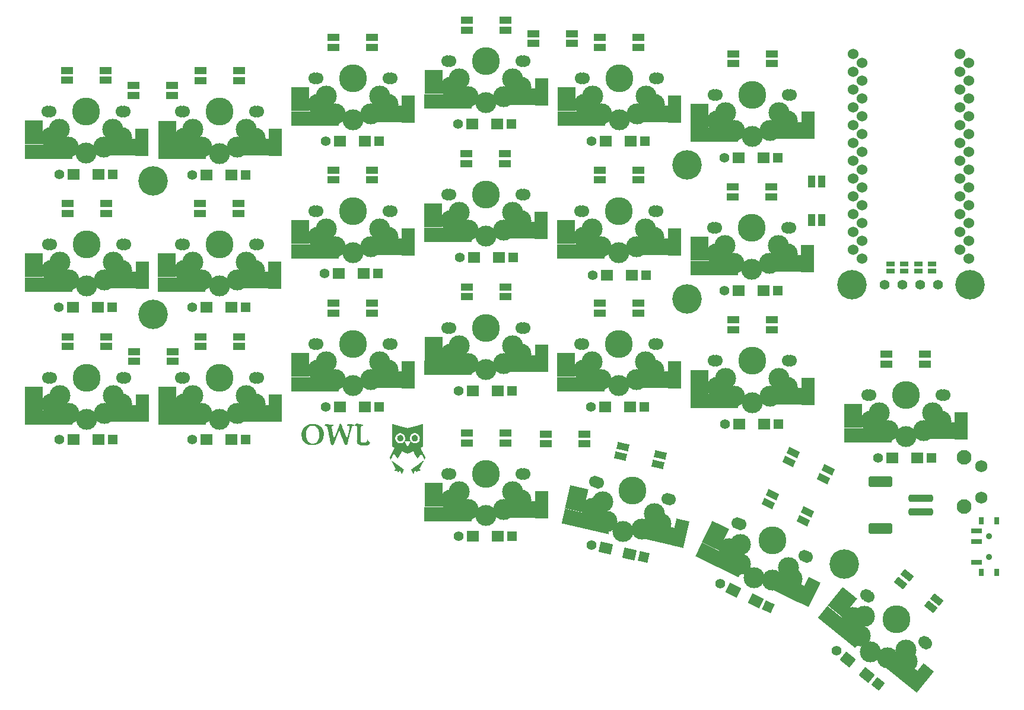
<source format=gts>
G04 #@! TF.GenerationSoftware,KiCad,Pcbnew,7.0.8*
G04 #@! TF.CreationDate,2023-11-01T04:13:04+08:00*
G04 #@! TF.ProjectId,owl,6f776c2e-6b69-4636-9164-5f7063625858,rev?*
G04 #@! TF.SameCoordinates,Original*
G04 #@! TF.FileFunction,Soldermask,Top*
G04 #@! TF.FilePolarity,Negative*
%FSLAX46Y46*%
G04 Gerber Fmt 4.6, Leading zero omitted, Abs format (unit mm)*
G04 Created by KiCad (PCBNEW 7.0.8) date 2023-11-01 04:13:04*
%MOMM*%
%LPD*%
G01*
G04 APERTURE LIST*
G04 Aperture macros list*
%AMRoundRect*
0 Rectangle with rounded corners*
0 $1 Rounding radius*
0 $2 $3 $4 $5 $6 $7 $8 $9 X,Y pos of 4 corners*
0 Add a 4 corners polygon primitive as box body*
4,1,4,$2,$3,$4,$5,$6,$7,$8,$9,$2,$3,0*
0 Add four circle primitives for the rounded corners*
1,1,$1+$1,$2,$3*
1,1,$1+$1,$4,$5*
1,1,$1+$1,$6,$7*
1,1,$1+$1,$8,$9*
0 Add four rect primitives between the rounded corners*
20,1,$1+$1,$2,$3,$4,$5,0*
20,1,$1+$1,$4,$5,$6,$7,0*
20,1,$1+$1,$6,$7,$8,$9,0*
20,1,$1+$1,$8,$9,$2,$3,0*%
%AMRotRect*
0 Rectangle, with rotation*
0 The origin of the aperture is its center*
0 $1 length*
0 $2 width*
0 $3 Rotation angle, in degrees counterclockwise*
0 Add horizontal line*
21,1,$1,$2,0,0,$3*%
G04 Aperture macros list end*
%ADD10C,1.701800*%
%ADD11C,3.000000*%
%ADD12C,3.987800*%
%ADD13R,4.263000X2.494600*%
%ADD14R,1.889600X3.874597*%
%ADD15R,2.662800X3.383601*%
%ADD16R,6.853800X2.159000*%
%ADD17RotRect,4.263000X2.494600X141.000000*%
%ADD18RotRect,1.889600X3.874597X321.000000*%
%ADD19RotRect,2.662800X3.383601X141.000000*%
%ADD20RotRect,6.853800X2.159000X321.000000*%
%ADD21RotRect,4.263000X2.494600X154.000000*%
%ADD22RotRect,1.889600X3.874597X334.000000*%
%ADD23RotRect,2.662800X3.383601X154.000000*%
%ADD24RotRect,6.853800X2.159000X334.000000*%
%ADD25RotRect,4.263000X2.494600X167.000000*%
%ADD26RotRect,1.889600X3.874597X347.000000*%
%ADD27RotRect,2.662800X3.383601X167.000000*%
%ADD28RotRect,6.853800X2.159000X347.000000*%
%ADD29R,1.397000X1.397000*%
%ADD30R,1.800000X1.500000*%
%ADD31C,1.397000*%
%ADD32R,0.800000X1.000000*%
%ADD33C,0.900000*%
%ADD34R,1.500000X0.700000*%
%ADD35C,4.200000*%
%ADD36RotRect,1.700000X1.000000X334.000000*%
%ADD37R,1.700000X1.000000*%
%ADD38R,1.143000X0.635000*%
%ADD39RotRect,1.397000X1.397000X154.000000*%
%ADD40RotRect,1.800000X1.500000X154.000000*%
%ADD41R,1.000000X1.700000*%
%ADD42RotRect,1.700000X1.000000X154.000000*%
%ADD43RotRect,1.397000X1.397000X167.000000*%
%ADD44RotRect,1.800000X1.500000X167.000000*%
%ADD45C,2.100000*%
%ADD46C,1.750000*%
%ADD47RotRect,1.700000X1.000000X347.000000*%
%ADD48RotRect,1.700000X1.000000X321.000000*%
%ADD49RotRect,1.397000X1.397000X141.000000*%
%ADD50RotRect,1.800000X1.500000X141.000000*%
%ADD51RoundRect,0.250000X-1.500000X0.250000X-1.500000X-0.250000X1.500000X-0.250000X1.500000X0.250000X0*%
%ADD52RoundRect,0.250001X-1.449999X0.499999X-1.449999X-0.499999X1.449999X-0.499999X1.449999X0.499999X0*%
%ADD53C,1.524000*%
G04 APERTURE END LIST*
G36*
X131428715Y-113960730D02*
G01*
X131491301Y-113973891D01*
X131548697Y-113996553D01*
X131602440Y-114029311D01*
X131650029Y-114068923D01*
X131702178Y-114125553D01*
X131743882Y-114187504D01*
X131775143Y-114254775D01*
X131795960Y-114327369D01*
X131805781Y-114397438D01*
X131805072Y-114462448D01*
X131793505Y-114527464D01*
X131771850Y-114590988D01*
X131740872Y-114651521D01*
X131701341Y-114707566D01*
X131654024Y-114757624D01*
X131599688Y-114800198D01*
X131599219Y-114800510D01*
X131541338Y-114832114D01*
X131477959Y-114854370D01*
X131411295Y-114866757D01*
X131343559Y-114868754D01*
X131317993Y-114866680D01*
X131254686Y-114853663D01*
X131191898Y-114828994D01*
X131129766Y-114792734D01*
X131094090Y-114766421D01*
X131048560Y-114723312D01*
X131008318Y-114671533D01*
X130974311Y-114613269D01*
X130947486Y-114550704D01*
X130928790Y-114486022D01*
X130919170Y-114421408D01*
X130919217Y-114363079D01*
X130930700Y-114292307D01*
X130952694Y-114225636D01*
X130984423Y-114164012D01*
X131025110Y-114108378D01*
X131073978Y-114059681D01*
X131130250Y-114018865D01*
X131193150Y-113986876D01*
X131242521Y-113969722D01*
X131268692Y-113963204D01*
X131294426Y-113959132D01*
X131323810Y-113957043D01*
X131359402Y-113956475D01*
X131428715Y-113960730D01*
G37*
G36*
X129352910Y-113956877D02*
G01*
X129407107Y-113968374D01*
X129461525Y-113988678D01*
X129481053Y-113997881D01*
X129509134Y-114012595D01*
X129532086Y-114027090D01*
X129553688Y-114044141D01*
X129577719Y-114066524D01*
X129586935Y-114075663D01*
X129611103Y-114101466D01*
X129634211Y-114128946D01*
X129653279Y-114154446D01*
X129661373Y-114166993D01*
X129692006Y-114229396D01*
X129713300Y-114295962D01*
X129724909Y-114364547D01*
X129726486Y-114433007D01*
X129717687Y-114499197D01*
X129716085Y-114506189D01*
X129693172Y-114578230D01*
X129660687Y-114644090D01*
X129619247Y-114703084D01*
X129569471Y-114754528D01*
X129511977Y-114797739D01*
X129447384Y-114832031D01*
X129407810Y-114847263D01*
X129382171Y-114855036D01*
X129358019Y-114860091D01*
X129331087Y-114863083D01*
X129297108Y-114864664D01*
X129293528Y-114864760D01*
X129265141Y-114865217D01*
X129239845Y-114865128D01*
X129220670Y-114864535D01*
X129211479Y-114863669D01*
X129174095Y-114853782D01*
X129132730Y-114838492D01*
X129092433Y-114819874D01*
X129060981Y-114801813D01*
X129002815Y-114757056D01*
X128952991Y-114704650D01*
X128912110Y-114645704D01*
X128880775Y-114581329D01*
X128859589Y-114512632D01*
X128849152Y-114440725D01*
X128848119Y-114409579D01*
X128853495Y-114336364D01*
X128869119Y-114267225D01*
X128894234Y-114202937D01*
X128928083Y-114144272D01*
X128969911Y-114092004D01*
X129018959Y-114046905D01*
X129074473Y-114009749D01*
X129135694Y-113981309D01*
X129201867Y-113962359D01*
X129272234Y-113953670D01*
X129294746Y-113953182D01*
X129352910Y-113956877D01*
G37*
G36*
X127995811Y-117581467D02*
G01*
X128011329Y-117590353D01*
X128034352Y-117604667D01*
X128064203Y-117623945D01*
X128100204Y-117647728D01*
X128141676Y-117675554D01*
X128187943Y-117706960D01*
X128238326Y-117741486D01*
X128292147Y-117778670D01*
X128348729Y-117818051D01*
X128407394Y-117859166D01*
X128467464Y-117901555D01*
X128528261Y-117944756D01*
X128589108Y-117988308D01*
X128625415Y-118014456D01*
X128664039Y-118042325D01*
X128707231Y-118073461D01*
X128751307Y-118105211D01*
X128792586Y-118134923D01*
X128821746Y-118155893D01*
X128862598Y-118185293D01*
X128908383Y-118218312D01*
X128957898Y-118254078D01*
X129009939Y-118291716D01*
X129063301Y-118330353D01*
X129116781Y-118369116D01*
X129169174Y-118407130D01*
X129219276Y-118443523D01*
X129265883Y-118477420D01*
X129307792Y-118507947D01*
X129343797Y-118534232D01*
X129372695Y-118555400D01*
X129393158Y-118570487D01*
X129465838Y-118624487D01*
X129532062Y-118673873D01*
X129591422Y-118718333D01*
X129643509Y-118757561D01*
X129687914Y-118791245D01*
X129724228Y-118819076D01*
X129752043Y-118840746D01*
X129770950Y-118855944D01*
X129775780Y-118860016D01*
X129792800Y-118875131D01*
X129802017Y-118884987D01*
X129804781Y-118891650D01*
X129802438Y-118897188D01*
X129801074Y-118898793D01*
X129793833Y-118908965D01*
X129783910Y-118926616D01*
X129771056Y-118952279D01*
X129755026Y-118986486D01*
X129735574Y-119029770D01*
X129712452Y-119082661D01*
X129685414Y-119145693D01*
X129671775Y-119177809D01*
X129642143Y-119247413D01*
X129614413Y-119311833D01*
X129588891Y-119370394D01*
X129565882Y-119422423D01*
X129545691Y-119467243D01*
X129528624Y-119504179D01*
X129514986Y-119532558D01*
X129505083Y-119551702D01*
X129499219Y-119560938D01*
X129498116Y-119561709D01*
X129492634Y-119556953D01*
X129484690Y-119544942D01*
X129481004Y-119538142D01*
X129470994Y-119517210D01*
X129459093Y-119489820D01*
X129444969Y-119455128D01*
X129428291Y-119412293D01*
X129408728Y-119360470D01*
X129385949Y-119298817D01*
X129372598Y-119262250D01*
X129350034Y-119200708D01*
X129329378Y-119145299D01*
X129310931Y-119096794D01*
X129294998Y-119055967D01*
X129281881Y-119023589D01*
X129271883Y-119000432D01*
X129265309Y-118987268D01*
X129263716Y-118984984D01*
X129258775Y-118985004D01*
X129249560Y-118991789D01*
X129235690Y-119005781D01*
X129216786Y-119027424D01*
X129192467Y-119057160D01*
X129162353Y-119095433D01*
X129126064Y-119142684D01*
X129108917Y-119165277D01*
X129083619Y-119198319D01*
X129060297Y-119228042D01*
X129039961Y-119253218D01*
X129023621Y-119272619D01*
X129012287Y-119285016D01*
X129007047Y-119289190D01*
X129001455Y-119284625D01*
X128990156Y-119271817D01*
X128974206Y-119252093D01*
X128954662Y-119226783D01*
X128932581Y-119197214D01*
X128918450Y-119177838D01*
X128892594Y-119141757D01*
X128872214Y-119113736D01*
X128855370Y-119092761D01*
X128840119Y-119077817D01*
X128824520Y-119067888D01*
X128806632Y-119061958D01*
X128784514Y-119059014D01*
X128756225Y-119058039D01*
X128719823Y-119058019D01*
X128689343Y-119058032D01*
X128638640Y-119057600D01*
X128590380Y-119056686D01*
X128545885Y-119055355D01*
X128506477Y-119053675D01*
X128473477Y-119051713D01*
X128448209Y-119049536D01*
X128431995Y-119047209D01*
X128426155Y-119044799D01*
X128426153Y-119044756D01*
X128429775Y-119038085D01*
X128439940Y-119023804D01*
X128455602Y-119003233D01*
X128475712Y-118977690D01*
X128499221Y-118948496D01*
X128525082Y-118916969D01*
X128552247Y-118884431D01*
X128571814Y-118861363D01*
X128591235Y-118838608D01*
X128608425Y-118818426D01*
X128621666Y-118802833D01*
X128629243Y-118793851D01*
X128629748Y-118793242D01*
X128632631Y-118787598D01*
X128632178Y-118779699D01*
X128627679Y-118767433D01*
X128618423Y-118748689D01*
X128608592Y-118730322D01*
X128594736Y-118704189D01*
X128577893Y-118671467D01*
X128560100Y-118636160D01*
X128543391Y-118602268D01*
X128541892Y-118599181D01*
X128526257Y-118567463D01*
X128506902Y-118529016D01*
X128485658Y-118487433D01*
X128464357Y-118446308D01*
X128449955Y-118418885D01*
X128436064Y-118392563D01*
X128417561Y-118357403D01*
X128395262Y-118314959D01*
X128369979Y-118266782D01*
X128342529Y-118214427D01*
X128313724Y-118159444D01*
X128284380Y-118103387D01*
X128257814Y-118052595D01*
X128217953Y-117976404D01*
X128183056Y-117909854D01*
X128152689Y-117852184D01*
X128126419Y-117802630D01*
X128103812Y-117760430D01*
X128084434Y-117724821D01*
X128067850Y-117695041D01*
X128053628Y-117670327D01*
X128041334Y-117649916D01*
X128030533Y-117633046D01*
X128020792Y-117618955D01*
X128011677Y-117606880D01*
X128002755Y-117596057D01*
X127993590Y-117585725D01*
X127990003Y-117581822D01*
X127988477Y-117578470D01*
X127995811Y-117581467D01*
G37*
G36*
X132683121Y-117561817D02*
G01*
X132677655Y-117573194D01*
X132672428Y-117582279D01*
X132666131Y-117593204D01*
X132655003Y-117613064D01*
X132639799Y-117640492D01*
X132621275Y-117674117D01*
X132600183Y-117712572D01*
X132577279Y-117754486D01*
X132556957Y-117791797D01*
X132530958Y-117839594D01*
X132504276Y-117888630D01*
X132478043Y-117936828D01*
X132453389Y-117982108D01*
X132431445Y-118022395D01*
X132413343Y-118055610D01*
X132405399Y-118070177D01*
X132386828Y-118104448D01*
X132364576Y-118145884D01*
X132340367Y-118191249D01*
X132315927Y-118237309D01*
X132292980Y-118280829D01*
X132288194Y-118289951D01*
X132269399Y-118325716D01*
X132252070Y-118358518D01*
X132237055Y-118386762D01*
X132225204Y-118408857D01*
X132217365Y-118423210D01*
X132214796Y-118427676D01*
X132210097Y-118435870D01*
X132200670Y-118452876D01*
X132187342Y-118477182D01*
X132170940Y-118507276D01*
X132152288Y-118541649D01*
X132134518Y-118574519D01*
X132113680Y-118612830D01*
X132093462Y-118649445D01*
X132074888Y-118682556D01*
X132058978Y-118710355D01*
X132046756Y-118731032D01*
X132040423Y-118741076D01*
X132028452Y-118761146D01*
X132023235Y-118775357D01*
X132023711Y-118780476D01*
X132029014Y-118787355D01*
X132040792Y-118801224D01*
X132057603Y-118820431D01*
X132078008Y-118843323D01*
X132092309Y-118859168D01*
X132120841Y-118891324D01*
X132148318Y-118923572D01*
X132173762Y-118954635D01*
X132196196Y-118983239D01*
X132214643Y-119008108D01*
X132228125Y-119027966D01*
X132235664Y-119041537D01*
X132236516Y-119047368D01*
X132229737Y-119048604D01*
X132212624Y-119049968D01*
X132186563Y-119051401D01*
X132152940Y-119052840D01*
X132113142Y-119054226D01*
X132068554Y-119055497D01*
X132031957Y-119056356D01*
X131832116Y-119060625D01*
X131817049Y-119074786D01*
X131808535Y-119084220D01*
X131794676Y-119101207D01*
X131777000Y-119123805D01*
X131757034Y-119150070D01*
X131743283Y-119168556D01*
X131715890Y-119205618D01*
X131694515Y-119234188D01*
X131678272Y-119255250D01*
X131666275Y-119269782D01*
X131657638Y-119278767D01*
X131651474Y-119283185D01*
X131646899Y-119284019D01*
X131643025Y-119282248D01*
X131641609Y-119281142D01*
X131635677Y-119274628D01*
X131623623Y-119260139D01*
X131606490Y-119238975D01*
X131585323Y-119212436D01*
X131561166Y-119181822D01*
X131535904Y-119149516D01*
X131501734Y-119105826D01*
X131473855Y-119070705D01*
X131451529Y-119043340D01*
X131434022Y-119022919D01*
X131420597Y-119008630D01*
X131410519Y-118999658D01*
X131403050Y-118995193D01*
X131397455Y-118994420D01*
X131395828Y-118994863D01*
X131390759Y-118999881D01*
X131383235Y-119012219D01*
X131373081Y-119032288D01*
X131360122Y-119060498D01*
X131344184Y-119097261D01*
X131325091Y-119142990D01*
X131302669Y-119198094D01*
X131276743Y-119262985D01*
X131247138Y-119338075D01*
X131214738Y-119421054D01*
X131201213Y-119454684D01*
X131187440Y-119486923D01*
X131174258Y-119516008D01*
X131162505Y-119540176D01*
X131153016Y-119557665D01*
X131146631Y-119566711D01*
X131145130Y-119567570D01*
X131140931Y-119562631D01*
X131133026Y-119549297D01*
X131122675Y-119529794D01*
X131114500Y-119513359D01*
X131103860Y-119490699D01*
X131089928Y-119459965D01*
X131073921Y-119423904D01*
X131057059Y-119385261D01*
X131040559Y-119346780D01*
X131039747Y-119344866D01*
X131026355Y-119313361D01*
X131010287Y-119275688D01*
X130992210Y-119233394D01*
X130972788Y-119188030D01*
X130952686Y-119141143D01*
X130932570Y-119094283D01*
X130913106Y-119048998D01*
X130894957Y-119006837D01*
X130878790Y-118969349D01*
X130865270Y-118938082D01*
X130855062Y-118914586D01*
X130849070Y-118900944D01*
X130844033Y-118887611D01*
X130845203Y-118879362D01*
X130853419Y-118870860D01*
X130853853Y-118870485D01*
X130874127Y-118853614D01*
X130901584Y-118831635D01*
X130933918Y-118806322D01*
X130968822Y-118779449D01*
X131003992Y-118752790D01*
X131037121Y-118728117D01*
X131065902Y-118707205D01*
X131069300Y-118704786D01*
X131100515Y-118682514D01*
X131136827Y-118656405D01*
X131173902Y-118629585D01*
X131207409Y-118605181D01*
X131209956Y-118603316D01*
X131273589Y-118556852D01*
X131342632Y-118506701D01*
X131416187Y-118453501D01*
X131493356Y-118397888D01*
X131573240Y-118340500D01*
X131654943Y-118281975D01*
X131737566Y-118222951D01*
X131820212Y-118164064D01*
X131901983Y-118105953D01*
X131981981Y-118049255D01*
X132059308Y-117994608D01*
X132133066Y-117942648D01*
X132202359Y-117894014D01*
X132266287Y-117849343D01*
X132323953Y-117809273D01*
X132374460Y-117774441D01*
X132416908Y-117745484D01*
X132437759Y-117731448D01*
X132487119Y-117698147D01*
X132533253Y-117666447D01*
X132574745Y-117637352D01*
X132610179Y-117611860D01*
X132638138Y-117590975D01*
X132652486Y-117579647D01*
X132667555Y-117567795D01*
X132678983Y-117559715D01*
X132683586Y-117557372D01*
X132683121Y-117561817D01*
G37*
G36*
X132504572Y-113995716D02*
G01*
X132504509Y-114132066D01*
X132504420Y-114265418D01*
X132504306Y-114395294D01*
X132504169Y-114521213D01*
X132504011Y-114642695D01*
X132503832Y-114759262D01*
X132503634Y-114870433D01*
X132503418Y-114975729D01*
X132503186Y-115074670D01*
X132502938Y-115166777D01*
X132502676Y-115251570D01*
X132502402Y-115328569D01*
X132502117Y-115397295D01*
X132501821Y-115457268D01*
X132501517Y-115508008D01*
X132501205Y-115549036D01*
X132500887Y-115579873D01*
X132500565Y-115600038D01*
X132500239Y-115609052D01*
X132500177Y-115609463D01*
X132493349Y-115618006D01*
X132476818Y-115629879D01*
X132450112Y-115645390D01*
X132426402Y-115657915D01*
X132395179Y-115674202D01*
X132357830Y-115694043D01*
X132318446Y-115715246D01*
X132281118Y-115735616D01*
X132270672Y-115741382D01*
X132184904Y-115788872D01*
X132215519Y-115851826D01*
X132229429Y-115879875D01*
X132247794Y-115916078D01*
X132269488Y-115958283D01*
X132293386Y-116004336D01*
X132318364Y-116052085D01*
X132343295Y-116099377D01*
X132367054Y-116144057D01*
X132388517Y-116183973D01*
X132402395Y-116209425D01*
X132434042Y-116267359D01*
X132467545Y-116329372D01*
X132502470Y-116394612D01*
X132538379Y-116462231D01*
X132574839Y-116531379D01*
X132611413Y-116601204D01*
X132647667Y-116670857D01*
X132683165Y-116739489D01*
X132717471Y-116806248D01*
X132750150Y-116870285D01*
X132780767Y-116930751D01*
X132808886Y-116986794D01*
X132834071Y-117037564D01*
X132855889Y-117082213D01*
X132873902Y-117119889D01*
X132887676Y-117149742D01*
X132896775Y-117170924D01*
X132900704Y-117182291D01*
X132900502Y-117193052D01*
X132894720Y-117206572D01*
X132882204Y-117225289D01*
X132877096Y-117232106D01*
X132862648Y-117252563D01*
X132845334Y-117279295D01*
X132827751Y-117308208D01*
X132817606Y-117325876D01*
X132801570Y-117354209D01*
X132784758Y-117383264D01*
X132769599Y-117408871D01*
X132761909Y-117421487D01*
X132749958Y-117441373D01*
X132740193Y-117458789D01*
X132734619Y-117470149D01*
X132734452Y-117470587D01*
X132731437Y-117475315D01*
X132727685Y-117472511D01*
X132722213Y-117460822D01*
X132716644Y-117446114D01*
X132711631Y-117434150D01*
X132702014Y-117412872D01*
X132688372Y-117383478D01*
X132671285Y-117347168D01*
X132651332Y-117305139D01*
X132629093Y-117258591D01*
X132605147Y-117208722D01*
X132580073Y-117156731D01*
X132554451Y-117103817D01*
X132528860Y-117051179D01*
X132503879Y-117000015D01*
X132480088Y-116951523D01*
X132458066Y-116906904D01*
X132438392Y-116867354D01*
X132421646Y-116834074D01*
X132408407Y-116808262D01*
X132407858Y-116807210D01*
X132391825Y-116776131D01*
X132374693Y-116742345D01*
X132358980Y-116710840D01*
X132351075Y-116694683D01*
X132340124Y-116672836D01*
X132330760Y-116655603D01*
X132324279Y-116645298D01*
X132322319Y-116643403D01*
X132317661Y-116647581D01*
X132306009Y-116659665D01*
X132288144Y-116678787D01*
X132264845Y-116704081D01*
X132236892Y-116734678D01*
X132205063Y-116769712D01*
X132170139Y-116808314D01*
X132132899Y-116849618D01*
X132094123Y-116892756D01*
X132054591Y-116936860D01*
X132015081Y-116981064D01*
X131976373Y-117024499D01*
X131939248Y-117066299D01*
X131904484Y-117105596D01*
X131872861Y-117141522D01*
X131845159Y-117173210D01*
X131822157Y-117199793D01*
X131819574Y-117202803D01*
X131785599Y-117241811D01*
X131758462Y-117271568D01*
X131738204Y-117292029D01*
X131724866Y-117303154D01*
X131719742Y-117305364D01*
X131715932Y-117300365D01*
X131706820Y-117285846D01*
X131692815Y-117262520D01*
X131674326Y-117231103D01*
X131651763Y-117192311D01*
X131625533Y-117146858D01*
X131596047Y-117095459D01*
X131563713Y-117038830D01*
X131528939Y-116977685D01*
X131492136Y-116912740D01*
X131453712Y-116844709D01*
X131414075Y-116774308D01*
X131373635Y-116702251D01*
X131332802Y-116629255D01*
X131322544Y-116610879D01*
X131296395Y-116563743D01*
X131270584Y-116516713D01*
X131245790Y-116471068D01*
X131222693Y-116428086D01*
X131201972Y-116389046D01*
X131184305Y-116355227D01*
X131170372Y-116327908D01*
X131160852Y-116308367D01*
X131156577Y-116298366D01*
X131152388Y-116295528D01*
X131141888Y-116296736D01*
X131123419Y-116302317D01*
X131107278Y-116308104D01*
X131070169Y-116322466D01*
X131025931Y-116340572D01*
X130977948Y-116360986D01*
X130929605Y-116382272D01*
X130890551Y-116400074D01*
X130871420Y-116408834D01*
X130843821Y-116421301D01*
X130810016Y-116436464D01*
X130772265Y-116453309D01*
X130732830Y-116470824D01*
X130714375Y-116478991D01*
X130667754Y-116499727D01*
X130614676Y-116523550D01*
X130559300Y-116548581D01*
X130505786Y-116572938D01*
X130458293Y-116594740D01*
X130454939Y-116596290D01*
X130324794Y-116656445D01*
X130171055Y-116582899D01*
X130085261Y-116542107D01*
X130002480Y-116503239D01*
X129923600Y-116466692D01*
X129849507Y-116432863D01*
X129781089Y-116402147D01*
X129719232Y-116374942D01*
X129664823Y-116351644D01*
X129618749Y-116332649D01*
X129581897Y-116318355D01*
X129569589Y-116313921D01*
X129540125Y-116304537D01*
X129520110Y-116300441D01*
X129508572Y-116301555D01*
X129504539Y-116307798D01*
X129504510Y-116308638D01*
X129501672Y-116315467D01*
X129493844Y-116330467D01*
X129482061Y-116351753D01*
X129467354Y-116377443D01*
X129458646Y-116392336D01*
X129434887Y-116433040D01*
X129406220Y-116482763D01*
X129373363Y-116540240D01*
X129337035Y-116604209D01*
X129297954Y-116673405D01*
X129256838Y-116746563D01*
X129224862Y-116803694D01*
X129203626Y-116841397D01*
X129178550Y-116885430D01*
X129151782Y-116932049D01*
X129125474Y-116977507D01*
X129103763Y-117014677D01*
X129081320Y-117053030D01*
X129057913Y-117093297D01*
X129035244Y-117132529D01*
X129015016Y-117167780D01*
X128998931Y-117196103D01*
X128997977Y-117197798D01*
X128982211Y-117225340D01*
X128967276Y-117250541D01*
X128954670Y-117270930D01*
X128945892Y-117284037D01*
X128944668Y-117285642D01*
X128931383Y-117302303D01*
X128909728Y-117278926D01*
X128897854Y-117265690D01*
X128880595Y-117245916D01*
X128860077Y-117222063D01*
X128838428Y-117196589D01*
X128833782Y-117191082D01*
X128808679Y-117161648D01*
X128780804Y-117129565D01*
X128753604Y-117098771D01*
X128731138Y-117073869D01*
X128713691Y-117054541D01*
X128690331Y-117028225D01*
X128662750Y-116996852D01*
X128632640Y-116962353D01*
X128601695Y-116926657D01*
X128579572Y-116900980D01*
X128549203Y-116865828D01*
X128518517Y-116830667D01*
X128489182Y-116797384D01*
X128462866Y-116767861D01*
X128441236Y-116743985D01*
X128429191Y-116731022D01*
X128408169Y-116708554D01*
X128388066Y-116686601D01*
X128371478Y-116668023D01*
X128362690Y-116657764D01*
X128351482Y-116645767D01*
X128343303Y-116639946D01*
X128340706Y-116640468D01*
X128337292Y-116647114D01*
X128329070Y-116662613D01*
X128316817Y-116685514D01*
X128301310Y-116714365D01*
X128283329Y-116747715D01*
X128266856Y-116778193D01*
X128237794Y-116832982D01*
X128205135Y-116896442D01*
X128169904Y-116966473D01*
X128133125Y-117040975D01*
X128095824Y-117117847D01*
X128059024Y-117194988D01*
X128023752Y-117270298D01*
X127991031Y-117341678D01*
X127980248Y-117365617D01*
X127963539Y-117402652D01*
X127950798Y-117430104D01*
X127941348Y-117449153D01*
X127934517Y-117460976D01*
X127929627Y-117466755D01*
X127926005Y-117467668D01*
X127923230Y-117465248D01*
X127917338Y-117456463D01*
X127906758Y-117439937D01*
X127892919Y-117417929D01*
X127877248Y-117392695D01*
X127875027Y-117389093D01*
X127854864Y-117357366D01*
X127831846Y-117322687D01*
X127809134Y-117289753D01*
X127793668Y-117268300D01*
X127777059Y-117245097D01*
X127763011Y-117223955D01*
X127753122Y-117207375D01*
X127749123Y-117198523D01*
X127749066Y-117187488D01*
X127753771Y-117171083D01*
X127763826Y-117147584D01*
X127772930Y-117128845D01*
X127782026Y-117110875D01*
X127795974Y-117083609D01*
X127814206Y-117048141D01*
X127836155Y-117005568D01*
X127861254Y-116956986D01*
X127888933Y-116903490D01*
X127918626Y-116846176D01*
X127949765Y-116786141D01*
X127981781Y-116724480D01*
X128014107Y-116662289D01*
X128046176Y-116600663D01*
X128077418Y-116540700D01*
X128107268Y-116483494D01*
X128112668Y-116473154D01*
X128134850Y-116430624D01*
X128160854Y-116380652D01*
X128189136Y-116326216D01*
X128218148Y-116270294D01*
X128246346Y-116215862D01*
X128272182Y-116165900D01*
X128272404Y-116165470D01*
X128296835Y-116118241D01*
X128322412Y-116068921D01*
X128347877Y-116019925D01*
X128371973Y-115973668D01*
X128393443Y-115932567D01*
X128411031Y-115899037D01*
X128413685Y-115893996D01*
X128430162Y-115862531D01*
X128444580Y-115834621D01*
X128456106Y-115811914D01*
X128463903Y-115796057D01*
X128467136Y-115788699D01*
X128467178Y-115788461D01*
X128462311Y-115784538D01*
X128448763Y-115775853D01*
X128428112Y-115763314D01*
X128401935Y-115747829D01*
X128371809Y-115730305D01*
X128339313Y-115711651D01*
X128306024Y-115692773D01*
X128273519Y-115674581D01*
X128243377Y-115657981D01*
X128217175Y-115643881D01*
X128203449Y-115636716D01*
X128159494Y-115614158D01*
X128155767Y-115538176D01*
X128155439Y-115525689D01*
X128155113Y-115501999D01*
X128154791Y-115467623D01*
X128154475Y-115423081D01*
X128154165Y-115368889D01*
X128153864Y-115305567D01*
X128153573Y-115233631D01*
X128153293Y-115153602D01*
X128153026Y-115065995D01*
X128152772Y-114971330D01*
X128152534Y-114870124D01*
X128152313Y-114762896D01*
X128152110Y-114650163D01*
X128151926Y-114532445D01*
X128151801Y-114438429D01*
X128581231Y-114438429D01*
X128583646Y-114493988D01*
X128589686Y-114543613D01*
X128592207Y-114556725D01*
X128615717Y-114645163D01*
X128647287Y-114725833D01*
X128687662Y-114800126D01*
X128737586Y-114869430D01*
X128791500Y-114928893D01*
X128857612Y-114988425D01*
X128926840Y-115037334D01*
X129000932Y-115076635D01*
X129081633Y-115107346D01*
X129114778Y-115117079D01*
X129136593Y-115122773D01*
X129155672Y-115126946D01*
X129174548Y-115129843D01*
X129195754Y-115131708D01*
X129221827Y-115132786D01*
X129255298Y-115133324D01*
X129284737Y-115133510D01*
X129330997Y-115133366D01*
X129368638Y-115132112D01*
X129400748Y-115129190D01*
X129430415Y-115124044D01*
X129460729Y-115116117D01*
X129494777Y-115104852D01*
X129535648Y-115089693D01*
X129542605Y-115087031D01*
X129622383Y-115050247D01*
X129698591Y-115002450D01*
X129771330Y-114943563D01*
X129840702Y-114873510D01*
X129863210Y-114847527D01*
X129877373Y-114830645D01*
X129923538Y-114911994D01*
X129942542Y-114945242D01*
X129962643Y-114980009D01*
X129981764Y-115012725D01*
X129997827Y-115039820D01*
X130001599Y-115046089D01*
X130013091Y-115065600D01*
X130029576Y-115094330D01*
X130050454Y-115131198D01*
X130075124Y-115175125D01*
X130102982Y-115225030D01*
X130133428Y-115279832D01*
X130165861Y-115338451D01*
X130199678Y-115399806D01*
X130234277Y-115462819D01*
X130267325Y-115523233D01*
X130286638Y-115558402D01*
X130301275Y-115584474D01*
X130312036Y-115602720D01*
X130319715Y-115614410D01*
X130325109Y-115620814D01*
X130329016Y-115623201D01*
X130330113Y-115623324D01*
X130335149Y-115618739D01*
X130342956Y-115607443D01*
X130344849Y-115604277D01*
X130350224Y-115594932D01*
X130360676Y-115576668D01*
X130375480Y-115550755D01*
X130393912Y-115518461D01*
X130415248Y-115481053D01*
X130438765Y-115439801D01*
X130463739Y-115395972D01*
X130464408Y-115394797D01*
X130492709Y-115345220D01*
X130522484Y-115293248D01*
X130552438Y-115241131D01*
X130581273Y-115191117D01*
X130607695Y-115145456D01*
X130630408Y-115106397D01*
X130641688Y-115087113D01*
X130675085Y-115030050D01*
X130702861Y-114982199D01*
X130725434Y-114942728D01*
X130743225Y-114910804D01*
X130756653Y-114885594D01*
X130766137Y-114866268D01*
X130772098Y-114851992D01*
X130774954Y-114841933D01*
X130775127Y-114835261D01*
X130773035Y-114831142D01*
X130771406Y-114829862D01*
X130768591Y-114828418D01*
X130764578Y-114827295D01*
X130758243Y-114826500D01*
X130748460Y-114826041D01*
X130734104Y-114825926D01*
X130714050Y-114826162D01*
X130687172Y-114826756D01*
X130652344Y-114827715D01*
X130608441Y-114829048D01*
X130554339Y-114830762D01*
X130533052Y-114831445D01*
X130483470Y-114832718D01*
X130428589Y-114833570D01*
X130369897Y-114834020D01*
X130308883Y-114834091D01*
X130247034Y-114833803D01*
X130185839Y-114833178D01*
X130126786Y-114832237D01*
X130071363Y-114831001D01*
X130021058Y-114829493D01*
X129977360Y-114827731D01*
X129941757Y-114825739D01*
X129915736Y-114823538D01*
X129907769Y-114822517D01*
X129886132Y-114819251D01*
X129901142Y-114786154D01*
X129921326Y-114737736D01*
X129941270Y-114682850D01*
X129959204Y-114626646D01*
X129971924Y-114580168D01*
X129977515Y-114556423D01*
X129981569Y-114535410D01*
X129984333Y-114514414D01*
X129986053Y-114490721D01*
X129986977Y-114461613D01*
X129987353Y-114424376D01*
X129987398Y-114410210D01*
X130661986Y-114410210D01*
X130663195Y-114472810D01*
X130667165Y-114527027D01*
X130674414Y-114575982D01*
X130685462Y-114622797D01*
X130700824Y-114670593D01*
X130708674Y-114691678D01*
X130726976Y-114737037D01*
X130744125Y-114773940D01*
X130761891Y-114805278D01*
X130782042Y-114833948D01*
X130806349Y-114862842D01*
X130826618Y-114884579D01*
X130899306Y-114952901D01*
X130975695Y-115010170D01*
X131056063Y-115056547D01*
X131140688Y-115092191D01*
X131229850Y-115117260D01*
X131236405Y-115118652D01*
X131311196Y-115131251D01*
X131379535Y-115136345D01*
X131443896Y-115134028D01*
X131486632Y-115128271D01*
X131559775Y-115111107D01*
X131634081Y-115085461D01*
X131703710Y-115053540D01*
X131775611Y-115009429D01*
X131840842Y-114956125D01*
X131898924Y-114894388D01*
X131949377Y-114824980D01*
X131991722Y-114748661D01*
X132025478Y-114666190D01*
X132050167Y-114578330D01*
X132065309Y-114485840D01*
X132066023Y-114478978D01*
X132068838Y-114393917D01*
X132060796Y-114307241D01*
X132042256Y-114220738D01*
X132013576Y-114136199D01*
X131984887Y-114073723D01*
X131939479Y-113998161D01*
X131885269Y-113929571D01*
X131823250Y-113868559D01*
X131754414Y-113815732D01*
X131679754Y-113771697D01*
X131600261Y-113737059D01*
X131516929Y-113712425D01*
X131430750Y-113698402D01*
X131365352Y-113695212D01*
X131276163Y-113700945D01*
X131188321Y-113717791D01*
X131103162Y-113745214D01*
X131022022Y-113782681D01*
X130946236Y-113829659D01*
X130877140Y-113885615D01*
X130868620Y-113893615D01*
X130808555Y-113958433D01*
X130758953Y-114028285D01*
X130719417Y-114103800D01*
X130695025Y-114167914D01*
X130683526Y-114205392D01*
X130674960Y-114238896D01*
X130668928Y-114271359D01*
X130665030Y-114305713D01*
X130662866Y-114344892D01*
X130662036Y-114391829D01*
X130661986Y-114410210D01*
X129987398Y-114410210D01*
X129987342Y-114370282D01*
X129986816Y-114339379D01*
X129985573Y-114314808D01*
X129983371Y-114293875D01*
X129979966Y-114273886D01*
X129975112Y-114252148D01*
X129971887Y-114239063D01*
X129944547Y-114149304D01*
X129909531Y-114068084D01*
X129866346Y-113994680D01*
X129814496Y-113928369D01*
X129753488Y-113868425D01*
X129682826Y-113814125D01*
X129680617Y-113812620D01*
X129604016Y-113767422D01*
X129523885Y-113733044D01*
X129441104Y-113709444D01*
X129356554Y-113696581D01*
X129271116Y-113694416D01*
X129185670Y-113702908D01*
X129101097Y-113722016D01*
X129018278Y-113751699D01*
X128938093Y-113791917D01*
X128861423Y-113842629D01*
X128850623Y-113850872D01*
X128785886Y-113907858D01*
X128730060Y-113971487D01*
X128682841Y-114042264D01*
X128643928Y-114120690D01*
X128613019Y-114207268D01*
X128595291Y-114276115D01*
X128587097Y-114325496D01*
X128582396Y-114380933D01*
X128581231Y-114438429D01*
X128151801Y-114438429D01*
X128151764Y-114410258D01*
X128151624Y-114284121D01*
X128151508Y-114154552D01*
X128151418Y-114022068D01*
X128151371Y-113931103D01*
X128151305Y-113772594D01*
X128151251Y-113625391D01*
X128151211Y-113489075D01*
X128151188Y-113363230D01*
X128151186Y-113247438D01*
X128151206Y-113141285D01*
X128151251Y-113044351D01*
X128151324Y-112956221D01*
X128151427Y-112876478D01*
X128151563Y-112804705D01*
X128151735Y-112740486D01*
X128151945Y-112683402D01*
X128152196Y-112633039D01*
X128152490Y-112588978D01*
X128152830Y-112550803D01*
X128153219Y-112518097D01*
X128153659Y-112490443D01*
X128154153Y-112467425D01*
X128154704Y-112448626D01*
X128155313Y-112433629D01*
X128155984Y-112422017D01*
X128156720Y-112413373D01*
X128157522Y-112407281D01*
X128158394Y-112403324D01*
X128159338Y-112401084D01*
X128160357Y-112400146D01*
X128160959Y-112400033D01*
X128171388Y-112401569D01*
X128192200Y-112405993D01*
X128222485Y-112413066D01*
X128261329Y-112422544D01*
X128307822Y-112434188D01*
X128361051Y-112447756D01*
X128420106Y-112463007D01*
X128484073Y-112479700D01*
X128552041Y-112497593D01*
X128623098Y-112516445D01*
X128696333Y-112536016D01*
X128770834Y-112556064D01*
X128845688Y-112576347D01*
X128919984Y-112596625D01*
X128992811Y-112616656D01*
X129063256Y-112636200D01*
X129130408Y-112655014D01*
X129193354Y-112672859D01*
X129205618Y-112676364D01*
X129232670Y-112684014D01*
X129269361Y-112694247D01*
X129314010Y-112706601D01*
X129364936Y-112720615D01*
X129420460Y-112735827D01*
X129478900Y-112751776D01*
X129538577Y-112768000D01*
X129586559Y-112780997D01*
X129650628Y-112798360D01*
X129718666Y-112816867D01*
X129788320Y-112835874D01*
X129857236Y-112854737D01*
X129923057Y-112872810D01*
X129983430Y-112889448D01*
X130036001Y-112904006D01*
X130058341Y-112910225D01*
X130119153Y-112927246D01*
X130169809Y-112941451D01*
X130211481Y-112953026D01*
X130245344Y-112962156D01*
X130272571Y-112969029D01*
X130294335Y-112973829D01*
X130311810Y-112976742D01*
X130326171Y-112977955D01*
X130338589Y-112977654D01*
X130350239Y-112976024D01*
X130362295Y-112973252D01*
X130375930Y-112969523D01*
X130392317Y-112965023D01*
X130396787Y-112963850D01*
X130432674Y-112954514D01*
X130472481Y-112944101D01*
X130510547Y-112934096D01*
X130533052Y-112928148D01*
X130556336Y-112922004D01*
X130588672Y-112913515D01*
X130627766Y-112903280D01*
X130671324Y-112891900D01*
X130717052Y-112879974D01*
X130758687Y-112869136D01*
X130812273Y-112855140D01*
X130873035Y-112839171D01*
X130936837Y-112822323D01*
X130999542Y-112805690D01*
X131057013Y-112790364D01*
X131081022Y-112783929D01*
X131124981Y-112772140D01*
X131177710Y-112758030D01*
X131236649Y-112742282D01*
X131299236Y-112725580D01*
X131362913Y-112708607D01*
X131425118Y-112692045D01*
X131475919Y-112678538D01*
X131527767Y-112664620D01*
X131588753Y-112648007D01*
X131656764Y-112629289D01*
X131729687Y-112609056D01*
X131805407Y-112587895D01*
X131881812Y-112566397D01*
X131956788Y-112545150D01*
X132028221Y-112524744D01*
X132047331Y-112519252D01*
X132125941Y-112496647D01*
X132194135Y-112477081D01*
X132252751Y-112460324D01*
X132302629Y-112446143D01*
X132344608Y-112434305D01*
X132379525Y-112424579D01*
X132408222Y-112416733D01*
X132431536Y-112410535D01*
X132450306Y-112405752D01*
X132465371Y-112402152D01*
X132477571Y-112399504D01*
X132486109Y-112397864D01*
X132505157Y-112394444D01*
X132504572Y-113995716D01*
G37*
G36*
X116893640Y-112378709D02*
G01*
X116928571Y-112379353D01*
X116958232Y-112380477D01*
X116975388Y-112381590D01*
X117088244Y-112393831D01*
X117198680Y-112411809D01*
X117306097Y-112435325D01*
X117409895Y-112464180D01*
X117509473Y-112498174D01*
X117604234Y-112537109D01*
X117693576Y-112580784D01*
X117776900Y-112629002D01*
X117832858Y-112666439D01*
X117904232Y-112721263D01*
X117972924Y-112781993D01*
X118037818Y-112847432D01*
X118097802Y-112916387D01*
X118151760Y-112987659D01*
X118196700Y-113056889D01*
X118239990Y-113136934D01*
X118277080Y-113221438D01*
X118308016Y-113310588D01*
X118332842Y-113404570D01*
X118351602Y-113503571D01*
X118364342Y-113607777D01*
X118371105Y-113717376D01*
X118372317Y-113791278D01*
X118369651Y-113916240D01*
X118361770Y-114036082D01*
X118348715Y-114150630D01*
X118330530Y-114259709D01*
X118307256Y-114363143D01*
X118278936Y-114460758D01*
X118245613Y-114552380D01*
X118207329Y-114637832D01*
X118164126Y-114716941D01*
X118137762Y-114758461D01*
X118105689Y-114803400D01*
X118069316Y-114848698D01*
X118027642Y-114895539D01*
X117982608Y-114942171D01*
X117917312Y-115004718D01*
X117853118Y-115060285D01*
X117788812Y-115109761D01*
X117723181Y-115154039D01*
X117655011Y-115194010D01*
X117603105Y-115220902D01*
X117560075Y-115241203D01*
X117517617Y-115259333D01*
X117474604Y-115275621D01*
X117429904Y-115290394D01*
X117382388Y-115303983D01*
X117330928Y-115316715D01*
X117274392Y-115328919D01*
X117211652Y-115340925D01*
X117158877Y-115350160D01*
X117096803Y-115359893D01*
X117031046Y-115368782D01*
X116962740Y-115376753D01*
X116893018Y-115383730D01*
X116823013Y-115389638D01*
X116753860Y-115394403D01*
X116686693Y-115397948D01*
X116622643Y-115400201D01*
X116562847Y-115401084D01*
X116508436Y-115400523D01*
X116460545Y-115398444D01*
X116445759Y-115397362D01*
X116362418Y-115387005D01*
X116276780Y-115369714D01*
X116190055Y-115345972D01*
X116103453Y-115316263D01*
X116018182Y-115281073D01*
X115935452Y-115240884D01*
X115856473Y-115196181D01*
X115782453Y-115147449D01*
X115737529Y-115113807D01*
X115700277Y-115082481D01*
X115660372Y-115045479D01*
X115619195Y-115004269D01*
X115578129Y-114960318D01*
X115538558Y-114915093D01*
X115501863Y-114870062D01*
X115477189Y-114837474D01*
X115422875Y-114757856D01*
X115374942Y-114676374D01*
X115333206Y-114592452D01*
X115297480Y-114505511D01*
X115267579Y-114414974D01*
X115243318Y-114320265D01*
X115224510Y-114220804D01*
X115210971Y-114116016D01*
X115202515Y-114005323D01*
X115201270Y-113978984D01*
X115199310Y-113857362D01*
X115202700Y-113770159D01*
X115828841Y-113770159D01*
X115829079Y-113809111D01*
X115829668Y-113846703D01*
X115830609Y-113881343D01*
X115831902Y-113911436D01*
X115832849Y-113926668D01*
X115843671Y-114042924D01*
X115859017Y-114154995D01*
X115878770Y-114262478D01*
X115902815Y-114364966D01*
X115931034Y-114462055D01*
X115963313Y-114553341D01*
X115999535Y-114638418D01*
X116039584Y-114716881D01*
X116077155Y-114778999D01*
X116128839Y-114852228D01*
X116182930Y-114917699D01*
X116239651Y-114975562D01*
X116299227Y-115025967D01*
X116361883Y-115069066D01*
X116427841Y-115105009D01*
X116497328Y-115133948D01*
X116570565Y-115156034D01*
X116647779Y-115171416D01*
X116663580Y-115173683D01*
X116687741Y-115176118D01*
X116717976Y-115177913D01*
X116752176Y-115179048D01*
X116788235Y-115179505D01*
X116824043Y-115179264D01*
X116857493Y-115178308D01*
X116886476Y-115176616D01*
X116895975Y-115175767D01*
X116977009Y-115163954D01*
X117054464Y-115145286D01*
X117127784Y-115119916D01*
X117176421Y-115098216D01*
X117216708Y-115077219D01*
X117252865Y-115055533D01*
X117286630Y-115031858D01*
X117319739Y-115004895D01*
X117353927Y-114973342D01*
X117385123Y-114941954D01*
X117445645Y-114873595D01*
X117499584Y-114800807D01*
X117547140Y-114723253D01*
X117588512Y-114640598D01*
X117623900Y-114552507D01*
X117634398Y-114521882D01*
X117651070Y-114466768D01*
X117667051Y-114405368D01*
X117681947Y-114339599D01*
X117695362Y-114271377D01*
X117706901Y-114202616D01*
X117716170Y-114135233D01*
X117718693Y-114113342D01*
X117721004Y-114086358D01*
X117722869Y-114052773D01*
X117724281Y-114014180D01*
X117725231Y-113972173D01*
X117725712Y-113928344D01*
X117725715Y-113884287D01*
X117725232Y-113841595D01*
X117724254Y-113801860D01*
X117722775Y-113766676D01*
X117720784Y-113737636D01*
X117720627Y-113735891D01*
X117707063Y-113618305D01*
X117688540Y-113507225D01*
X117665045Y-113402613D01*
X117636567Y-113304428D01*
X117603093Y-113212630D01*
X117564612Y-113127180D01*
X117521110Y-113048038D01*
X117500809Y-113015862D01*
X117448965Y-112943548D01*
X117393249Y-112878465D01*
X117333643Y-112820605D01*
X117270128Y-112769957D01*
X117202686Y-112726512D01*
X117131298Y-112690258D01*
X117055947Y-112661188D01*
X116976613Y-112639289D01*
X116893278Y-112624554D01*
X116805924Y-112616971D01*
X116755101Y-112615846D01*
X116672651Y-112619191D01*
X116594401Y-112629370D01*
X116519703Y-112646594D01*
X116447910Y-112671076D01*
X116378374Y-112703027D01*
X116310449Y-112742659D01*
X116258973Y-112778443D01*
X116231996Y-112799841D01*
X116202040Y-112825851D01*
X116171110Y-112854568D01*
X116141213Y-112884087D01*
X116114353Y-112912503D01*
X116097565Y-112931756D01*
X116043335Y-113003182D01*
X115994711Y-113080303D01*
X115951871Y-113162664D01*
X115914993Y-113249805D01*
X115884257Y-113341268D01*
X115859841Y-113436596D01*
X115841922Y-113535331D01*
X115832910Y-113610758D01*
X115831396Y-113632614D01*
X115830232Y-113661075D01*
X115829418Y-113694548D01*
X115828954Y-113731441D01*
X115828841Y-113770159D01*
X115202700Y-113770159D01*
X115203857Y-113740401D01*
X115214896Y-113628158D01*
X115232411Y-113520693D01*
X115256389Y-113418065D01*
X115286815Y-113320332D01*
X115323673Y-113227554D01*
X115366949Y-113139788D01*
X115416628Y-113057094D01*
X115442209Y-113019965D01*
X115506948Y-112936404D01*
X115577291Y-112857803D01*
X115652618Y-112784705D01*
X115732315Y-112717651D01*
X115815763Y-112657184D01*
X115902346Y-112603846D01*
X115936907Y-112585054D01*
X116028320Y-112541119D01*
X116126016Y-112501671D01*
X116229271Y-112466925D01*
X116337362Y-112437094D01*
X116449567Y-112412390D01*
X116565164Y-112393029D01*
X116604090Y-112387829D01*
X116627296Y-112385536D01*
X116657205Y-112383522D01*
X116692323Y-112381813D01*
X116731152Y-112380433D01*
X116772194Y-112379407D01*
X116813955Y-112378761D01*
X116854935Y-112378520D01*
X116893640Y-112378709D01*
G37*
G36*
X123074095Y-112314946D02*
G01*
X123099002Y-112316082D01*
X123123523Y-112318870D01*
X123149465Y-112323668D01*
X123178635Y-112330832D01*
X123212839Y-112340721D01*
X123227948Y-112345398D01*
X123266338Y-112357426D01*
X123297922Y-112367253D01*
X123323709Y-112375172D01*
X123344711Y-112381479D01*
X123361938Y-112386469D01*
X123376398Y-112390437D01*
X123389103Y-112393678D01*
X123401062Y-112396487D01*
X123408468Y-112398124D01*
X123425381Y-112401483D01*
X123449217Y-112405779D01*
X123478772Y-112410825D01*
X123512840Y-112416438D01*
X123550217Y-112422432D01*
X123589698Y-112428621D01*
X123630077Y-112434822D01*
X123670150Y-112440850D01*
X123708712Y-112446518D01*
X123744557Y-112451643D01*
X123776480Y-112456040D01*
X123803278Y-112459523D01*
X123823744Y-112461909D01*
X123824895Y-112462028D01*
X123848350Y-112464459D01*
X123870263Y-112466762D01*
X123888715Y-112468733D01*
X123901785Y-112470168D01*
X123905391Y-112470583D01*
X123928450Y-112477265D01*
X123949086Y-112490789D01*
X123965461Y-112509814D01*
X123969939Y-112517713D01*
X123978991Y-112543004D01*
X123980108Y-112566494D01*
X123973306Y-112588023D01*
X123961050Y-112604939D01*
X123948151Y-112616422D01*
X123933331Y-112624804D01*
X123914823Y-112630737D01*
X123890864Y-112634868D01*
X123875103Y-112636573D01*
X123835869Y-112641321D01*
X123803692Y-112647901D01*
X123777525Y-112656849D01*
X123756322Y-112668702D01*
X123739039Y-112683997D01*
X123724628Y-112703269D01*
X123716412Y-112717973D01*
X123706667Y-112740782D01*
X123696996Y-112769893D01*
X123687876Y-112803415D01*
X123679783Y-112839454D01*
X123673194Y-112876117D01*
X123669217Y-112905576D01*
X123666986Y-112928890D01*
X123664621Y-112959929D01*
X123662139Y-112998213D01*
X123659557Y-113043263D01*
X123656893Y-113094599D01*
X123654162Y-113151743D01*
X123651382Y-113214214D01*
X123648569Y-113281533D01*
X123645741Y-113353221D01*
X123642914Y-113428798D01*
X123640104Y-113507786D01*
X123637330Y-113589704D01*
X123634607Y-113674073D01*
X123631953Y-113760414D01*
X123629384Y-113848247D01*
X123626917Y-113937094D01*
X123624569Y-114026473D01*
X123622357Y-114115907D01*
X123620297Y-114204916D01*
X123618407Y-114293020D01*
X123616703Y-114379740D01*
X123615879Y-114425150D01*
X123614783Y-114497712D01*
X123614243Y-114562601D01*
X123614329Y-114620333D01*
X123615110Y-114671424D01*
X123616656Y-114716391D01*
X123619038Y-114755752D01*
X123622326Y-114790023D01*
X123626590Y-114819722D01*
X123631899Y-114845364D01*
X123638324Y-114867467D01*
X123645936Y-114886549D01*
X123654803Y-114903125D01*
X123664996Y-114917712D01*
X123676586Y-114930828D01*
X123685596Y-114939437D01*
X123709423Y-114958425D01*
X123735911Y-114974610D01*
X123765851Y-114988215D01*
X123800033Y-114999465D01*
X123839249Y-115008584D01*
X123884288Y-115015794D01*
X123935943Y-115021320D01*
X123987993Y-115024996D01*
X124029422Y-115026617D01*
X124074640Y-115027084D01*
X124121692Y-115026466D01*
X124168620Y-115024834D01*
X124213468Y-115022259D01*
X124254279Y-115018811D01*
X124289098Y-115014560D01*
X124292606Y-115014026D01*
X124346342Y-115003633D01*
X124392738Y-114990192D01*
X124432177Y-114973429D01*
X124465043Y-114953068D01*
X124491718Y-114928833D01*
X124512586Y-114900448D01*
X124528031Y-114867639D01*
X124536610Y-114838583D01*
X124542037Y-114811942D01*
X124545911Y-114784755D01*
X124548299Y-114755588D01*
X124549270Y-114723008D01*
X124548891Y-114685581D01*
X124547229Y-114641874D01*
X124546539Y-114628235D01*
X124544510Y-114589608D01*
X124542943Y-114558318D01*
X124541867Y-114533505D01*
X124541309Y-114514312D01*
X124541297Y-114499880D01*
X124541857Y-114489352D01*
X124543019Y-114481870D01*
X124544810Y-114476575D01*
X124547256Y-114472609D01*
X124550387Y-114469114D01*
X124551714Y-114467779D01*
X124561327Y-114460294D01*
X124570280Y-114458952D01*
X124572914Y-114459473D01*
X124581998Y-114464185D01*
X124589972Y-114473950D01*
X124597208Y-114489561D01*
X124604075Y-114511811D01*
X124610689Y-114540263D01*
X124621507Y-114585873D01*
X124634236Y-114629172D01*
X124648270Y-114668336D01*
X124663004Y-114701542D01*
X124666477Y-114708238D01*
X124691025Y-114748343D01*
X124722434Y-114789800D01*
X124760956Y-114832894D01*
X124806842Y-114877908D01*
X124852629Y-114918579D01*
X124881799Y-114943813D01*
X124905127Y-114964943D01*
X124923283Y-114982860D01*
X124936936Y-114998456D01*
X124946754Y-115012620D01*
X124953407Y-115026245D01*
X124957564Y-115040219D01*
X124959893Y-115055435D01*
X124960469Y-115062148D01*
X124959709Y-115106717D01*
X124951505Y-115151775D01*
X124936426Y-115196040D01*
X124915041Y-115238230D01*
X124887918Y-115277065D01*
X124855627Y-115311261D01*
X124846374Y-115319301D01*
X124809597Y-115347036D01*
X124769543Y-115371535D01*
X124725563Y-115393009D01*
X124677007Y-115411670D01*
X124623226Y-115427731D01*
X124563568Y-115441403D01*
X124497386Y-115452898D01*
X124424028Y-115462427D01*
X124399250Y-115465064D01*
X124380393Y-115466699D01*
X124355533Y-115468444D01*
X124326064Y-115470237D01*
X124293380Y-115472016D01*
X124258874Y-115473718D01*
X124223942Y-115475283D01*
X124189976Y-115476648D01*
X124158370Y-115477752D01*
X124130517Y-115478532D01*
X124107813Y-115478926D01*
X124091650Y-115478874D01*
X124089521Y-115478811D01*
X124080288Y-115478477D01*
X124064462Y-115477897D01*
X124043648Y-115477131D01*
X124019452Y-115476237D01*
X123993481Y-115475276D01*
X123993107Y-115475262D01*
X123890108Y-115469372D01*
X123793385Y-115459586D01*
X123703147Y-115445943D01*
X123619603Y-115428479D01*
X123542962Y-115407232D01*
X123474111Y-115382516D01*
X123408703Y-115352037D01*
X123348247Y-115315940D01*
X123293161Y-115274635D01*
X123243863Y-115228534D01*
X123200773Y-115178049D01*
X123164309Y-115123591D01*
X123134889Y-115065571D01*
X123124096Y-115038508D01*
X123112070Y-115002257D01*
X123102982Y-114966419D01*
X123096555Y-114929152D01*
X123092515Y-114888617D01*
X123090587Y-114842976D01*
X123090328Y-114812857D01*
X123090487Y-114797070D01*
X123090925Y-114773437D01*
X123091632Y-114742312D01*
X123092595Y-114704049D01*
X123093805Y-114659003D01*
X123095250Y-114607527D01*
X123096919Y-114549976D01*
X123098801Y-114486703D01*
X123100885Y-114418064D01*
X123103161Y-114344412D01*
X123105616Y-114266102D01*
X123108240Y-114183487D01*
X123111022Y-114096923D01*
X123113952Y-114006762D01*
X123117017Y-113913359D01*
X123120207Y-113817069D01*
X123123511Y-113718246D01*
X123126918Y-113617243D01*
X123130417Y-113514415D01*
X123133587Y-113422032D01*
X123136194Y-113345644D01*
X123138474Y-113276933D01*
X123140416Y-113215375D01*
X123142012Y-113160449D01*
X123143252Y-113111632D01*
X123144129Y-113068401D01*
X123144632Y-113030233D01*
X123144753Y-112996607D01*
X123144483Y-112966998D01*
X123143813Y-112940886D01*
X123142733Y-112917746D01*
X123141236Y-112897057D01*
X123139311Y-112878296D01*
X123136951Y-112860939D01*
X123134145Y-112844466D01*
X123130885Y-112828352D01*
X123127162Y-112812076D01*
X123122967Y-112795115D01*
X123122794Y-112794433D01*
X123110895Y-112757252D01*
X123095326Y-112723770D01*
X123076956Y-112695678D01*
X123065163Y-112682325D01*
X123039708Y-112660791D01*
X123011843Y-112644884D01*
X122980679Y-112634388D01*
X122945327Y-112629089D01*
X122904897Y-112628773D01*
X122860531Y-112632950D01*
X122839094Y-112635134D01*
X122823803Y-112634509D01*
X122812864Y-112630335D01*
X122804485Y-112621877D01*
X122796871Y-112608395D01*
X122795903Y-112606361D01*
X122786460Y-112579656D01*
X122784134Y-112555269D01*
X122788978Y-112533922D01*
X122790505Y-112530672D01*
X122803347Y-112509987D01*
X122821950Y-112486142D01*
X122845084Y-112460277D01*
X122871521Y-112433533D01*
X122900032Y-112407048D01*
X122929388Y-112381964D01*
X122958361Y-112359419D01*
X122985723Y-112340555D01*
X123010244Y-112326510D01*
X123010887Y-112326193D01*
X123023274Y-112320503D01*
X123033893Y-112317033D01*
X123045466Y-112315299D01*
X123060716Y-112314815D01*
X123074095Y-112314946D01*
G37*
G36*
X120779994Y-112359764D02*
G01*
X120794136Y-112361013D01*
X120805077Y-112363604D01*
X120815311Y-112367959D01*
X120817594Y-112369132D01*
X120836541Y-112381183D01*
X120853708Y-112396886D01*
X120869601Y-112417045D01*
X120884724Y-112442463D01*
X120899581Y-112473943D01*
X120914677Y-112512288D01*
X120923840Y-112538279D01*
X120933499Y-112565706D01*
X120946350Y-112600668D01*
X120962386Y-112643145D01*
X120981598Y-112693115D01*
X121003977Y-112750560D01*
X121029517Y-112815457D01*
X121058208Y-112887787D01*
X121090042Y-112967529D01*
X121125011Y-113054662D01*
X121163107Y-113149167D01*
X121204322Y-113251022D01*
X121248648Y-113360207D01*
X121296076Y-113476702D01*
X121346598Y-113600486D01*
X121396109Y-113721531D01*
X121427748Y-113798740D01*
X121456476Y-113868695D01*
X121482450Y-113931758D01*
X121505821Y-113988289D01*
X121526745Y-114038646D01*
X121545376Y-114083190D01*
X121561866Y-114122281D01*
X121576371Y-114156278D01*
X121589043Y-114185541D01*
X121600038Y-114210431D01*
X121609508Y-114231306D01*
X121617608Y-114248526D01*
X121624492Y-114262452D01*
X121630313Y-114273443D01*
X121635226Y-114281859D01*
X121637008Y-114284640D01*
X121652423Y-114304893D01*
X121667043Y-114317599D01*
X121681037Y-114322668D01*
X121694572Y-114320008D01*
X121707818Y-114309529D01*
X121720942Y-114291142D01*
X121734115Y-114264754D01*
X121747503Y-114230276D01*
X121749637Y-114224116D01*
X121761525Y-114187776D01*
X121774855Y-114144245D01*
X121789407Y-114094369D01*
X121804960Y-114038992D01*
X121821294Y-113978958D01*
X121838189Y-113915113D01*
X121855424Y-113848302D01*
X121872780Y-113779368D01*
X121890035Y-113709158D01*
X121906970Y-113638515D01*
X121923365Y-113568284D01*
X121938999Y-113499311D01*
X121941131Y-113489727D01*
X121964780Y-113380854D01*
X121985687Y-113279669D01*
X122003860Y-113186129D01*
X122019306Y-113100192D01*
X122032032Y-113021814D01*
X122042046Y-112950953D01*
X122049354Y-112887566D01*
X122053964Y-112831609D01*
X122055421Y-112802053D01*
X122056199Y-112775700D01*
X122056361Y-112755870D01*
X122055817Y-112740900D01*
X122054476Y-112729126D01*
X122052247Y-112718881D01*
X122050589Y-112713229D01*
X122039933Y-112688712D01*
X122024367Y-112669225D01*
X122002468Y-112653103D01*
X121996077Y-112649531D01*
X121980985Y-112641823D01*
X121967231Y-112635850D01*
X121953545Y-112631461D01*
X121938658Y-112628503D01*
X121921299Y-112626824D01*
X121900200Y-112626275D01*
X121874090Y-112626702D01*
X121841701Y-112627955D01*
X121822773Y-112628843D01*
X121783931Y-112630517D01*
X121753195Y-112631380D01*
X121730504Y-112631432D01*
X121715797Y-112630674D01*
X121710187Y-112629650D01*
X121694999Y-112620739D01*
X121685465Y-112606061D01*
X121681488Y-112585448D01*
X121681351Y-112579302D01*
X121684536Y-112556769D01*
X121693210Y-112531057D01*
X121706396Y-112503532D01*
X121723115Y-112475556D01*
X121742389Y-112448493D01*
X121763242Y-112423708D01*
X121784695Y-112402562D01*
X121805769Y-112386421D01*
X121825489Y-112376648D01*
X121827005Y-112376175D01*
X121835222Y-112374127D01*
X121844046Y-112372960D01*
X121854476Y-112372790D01*
X121867511Y-112373733D01*
X121884151Y-112375904D01*
X121905394Y-112379422D01*
X121932240Y-112384401D01*
X121965688Y-112390958D01*
X121981857Y-112394192D01*
X122043802Y-112405433D01*
X122113101Y-112415740D01*
X122189895Y-112425129D01*
X122274329Y-112433614D01*
X122366543Y-112441211D01*
X122466680Y-112447933D01*
X122538689Y-112451977D01*
X122565992Y-112453528D01*
X122591328Y-112455203D01*
X122613267Y-112456891D01*
X122630378Y-112458477D01*
X122641230Y-112459849D01*
X122643309Y-112460263D01*
X122664835Y-112469485D01*
X122682095Y-112484445D01*
X122694795Y-112503702D01*
X122702643Y-112525815D01*
X122705349Y-112549343D01*
X122702618Y-112572845D01*
X122694161Y-112594880D01*
X122679683Y-112614008D01*
X122675285Y-112618003D01*
X122662548Y-112627462D01*
X122649051Y-112634288D01*
X122632558Y-112639290D01*
X122610832Y-112643278D01*
X122602148Y-112644508D01*
X122555483Y-112652319D01*
X122516000Y-112662442D01*
X122482888Y-112675346D01*
X122455333Y-112691496D01*
X122432524Y-112711360D01*
X122413647Y-112735404D01*
X122399329Y-112761043D01*
X122391892Y-112777527D01*
X122383899Y-112797191D01*
X122375253Y-112820368D01*
X122365857Y-112847394D01*
X122355615Y-112878600D01*
X122344430Y-112914321D01*
X122332203Y-112954890D01*
X122318839Y-113000642D01*
X122304241Y-113051909D01*
X122288311Y-113109025D01*
X122270953Y-113172325D01*
X122252069Y-113242141D01*
X122231562Y-113318807D01*
X122209337Y-113402657D01*
X122185294Y-113494024D01*
X122176207Y-113528703D01*
X122116464Y-113758665D01*
X122059274Y-113982440D01*
X122004274Y-114201512D01*
X121951097Y-114417361D01*
X121899381Y-114631472D01*
X121848760Y-114845327D01*
X121798871Y-115060408D01*
X121788111Y-115107365D01*
X121776120Y-115159139D01*
X121765659Y-115202892D01*
X121756718Y-115238661D01*
X121749287Y-115266486D01*
X121743355Y-115286404D01*
X121738914Y-115298454D01*
X121738311Y-115299713D01*
X121718678Y-115329527D01*
X121692536Y-115354790D01*
X121660376Y-115375237D01*
X121622687Y-115390600D01*
X121579959Y-115400613D01*
X121545828Y-115404394D01*
X121503253Y-115403397D01*
X121463805Y-115394844D01*
X121427603Y-115378814D01*
X121394769Y-115355386D01*
X121365425Y-115324638D01*
X121339690Y-115286651D01*
X121326250Y-115260877D01*
X121323098Y-115253414D01*
X121317240Y-115238686D01*
X121308836Y-115217114D01*
X121298045Y-115189122D01*
X121285028Y-115155133D01*
X121269946Y-115115569D01*
X121252958Y-115070852D01*
X121234224Y-115021406D01*
X121213906Y-114967654D01*
X121192162Y-114910017D01*
X121169152Y-114848919D01*
X121145038Y-114784782D01*
X121119980Y-114718029D01*
X121094136Y-114649084D01*
X121067668Y-114578368D01*
X121066371Y-114574899D01*
X121025375Y-114465282D01*
X120987153Y-114363084D01*
X120951604Y-114268041D01*
X120918627Y-114179886D01*
X120888124Y-114098354D01*
X120859993Y-114023178D01*
X120834135Y-113954094D01*
X120810450Y-113890834D01*
X120788837Y-113833134D01*
X120769196Y-113780727D01*
X120751427Y-113733348D01*
X120735430Y-113690730D01*
X120721106Y-113652609D01*
X120708353Y-113618717D01*
X120697072Y-113588789D01*
X120687163Y-113562560D01*
X120678525Y-113539764D01*
X120671058Y-113520134D01*
X120664663Y-113503405D01*
X120659239Y-113489310D01*
X120654686Y-113477586D01*
X120650904Y-113467964D01*
X120647792Y-113460180D01*
X120645252Y-113453967D01*
X120643182Y-113449061D01*
X120641482Y-113445194D01*
X120640053Y-113442101D01*
X120638794Y-113439517D01*
X120638791Y-113439510D01*
X120627415Y-113420406D01*
X120614134Y-113403871D01*
X120600518Y-113391575D01*
X120588141Y-113385186D01*
X120587486Y-113385029D01*
X120572051Y-113385767D01*
X120555686Y-113394282D01*
X120538807Y-113410258D01*
X120521833Y-113433381D01*
X120520353Y-113435740D01*
X120515770Y-113444384D01*
X120508381Y-113459907D01*
X120498492Y-113481595D01*
X120486410Y-113508736D01*
X120472442Y-113540615D01*
X120456892Y-113576520D01*
X120440069Y-113615736D01*
X120422279Y-113657551D01*
X120403826Y-113701251D01*
X120385019Y-113746123D01*
X120366163Y-113791453D01*
X120347565Y-113836528D01*
X120333636Y-113870555D01*
X120298576Y-113957167D01*
X120262583Y-114047300D01*
X120225974Y-114140109D01*
X120189066Y-114234746D01*
X120152179Y-114330367D01*
X120115628Y-114426124D01*
X120079733Y-114521171D01*
X120044811Y-114614662D01*
X120011180Y-114705750D01*
X119979157Y-114793590D01*
X119949060Y-114877335D01*
X119921208Y-114956138D01*
X119895917Y-115029154D01*
X119873505Y-115095536D01*
X119871885Y-115100416D01*
X119859424Y-115137787D01*
X119847360Y-115173550D01*
X119836012Y-115206782D01*
X119825704Y-115236559D01*
X119816756Y-115261957D01*
X119809490Y-115282053D01*
X119804228Y-115295923D01*
X119801900Y-115301450D01*
X119788922Y-115322942D01*
X119769539Y-115346366D01*
X119761467Y-115354732D01*
X119732967Y-115379531D01*
X119703152Y-115397677D01*
X119670597Y-115409717D01*
X119633877Y-115416199D01*
X119597196Y-115417740D01*
X119576601Y-115416999D01*
X119556300Y-115415243D01*
X119539512Y-115412790D01*
X119533900Y-115411526D01*
X119501714Y-115399939D01*
X119472978Y-115383150D01*
X119447246Y-115360636D01*
X119424074Y-115331877D01*
X119403015Y-115296350D01*
X119383624Y-115253534D01*
X119371653Y-115221400D01*
X119365730Y-115203934D01*
X119360296Y-115186871D01*
X119355163Y-115169367D01*
X119350142Y-115150576D01*
X119345043Y-115129655D01*
X119339678Y-115105759D01*
X119333856Y-115078045D01*
X119327389Y-115045668D01*
X119320087Y-115007784D01*
X119311762Y-114963549D01*
X119302224Y-114912118D01*
X119301699Y-114909272D01*
X119286578Y-114827678D01*
X119270685Y-114742622D01*
X119254138Y-114654704D01*
X119237055Y-114564525D01*
X119219555Y-114472686D01*
X119201754Y-114379788D01*
X119183771Y-114286433D01*
X119165724Y-114193221D01*
X119147730Y-114100753D01*
X119129908Y-114009631D01*
X119112375Y-113920455D01*
X119095250Y-113833827D01*
X119078650Y-113750347D01*
X119062693Y-113670617D01*
X119047498Y-113595238D01*
X119033181Y-113524810D01*
X119019862Y-113459935D01*
X119007657Y-113401214D01*
X118996685Y-113349247D01*
X118987064Y-113304637D01*
X118985430Y-113297187D01*
X118966481Y-113212476D01*
X118948539Y-113135536D01*
X118931424Y-113066016D01*
X118914957Y-113003568D01*
X118898958Y-112947842D01*
X118883247Y-112898490D01*
X118867644Y-112855162D01*
X118851970Y-112817509D01*
X118836044Y-112785181D01*
X118819688Y-112757830D01*
X118802721Y-112735106D01*
X118784964Y-112716660D01*
X118766237Y-112702144D01*
X118746359Y-112691207D01*
X118725152Y-112683501D01*
X118702436Y-112678676D01*
X118678031Y-112676384D01*
X118665712Y-112676081D01*
X118644262Y-112676549D01*
X118622240Y-112677986D01*
X118603311Y-112680121D01*
X118597500Y-112681096D01*
X118576794Y-112683623D01*
X118561172Y-112681369D01*
X118548485Y-112673425D01*
X118536581Y-112658881D01*
X118533389Y-112653969D01*
X118518566Y-112625917D01*
X118511169Y-112600461D01*
X118511048Y-112577036D01*
X118511937Y-112572303D01*
X118520601Y-112546416D01*
X118535076Y-112517843D01*
X118554142Y-112488131D01*
X118576581Y-112458825D01*
X118601175Y-112431473D01*
X118626704Y-112407623D01*
X118651950Y-112388819D01*
X118660530Y-112383697D01*
X118670669Y-112378360D01*
X118679383Y-112374950D01*
X118688910Y-112373088D01*
X118701486Y-112372398D01*
X118719351Y-112372501D01*
X118726106Y-112372631D01*
X118763562Y-112375135D01*
X118806166Y-112381290D01*
X118854515Y-112391207D01*
X118909206Y-112404998D01*
X118930338Y-112410869D01*
X118987723Y-112426808D01*
X119039737Y-112440390D01*
X119087730Y-112451797D01*
X119133050Y-112461210D01*
X119177046Y-112468811D01*
X119221066Y-112474781D01*
X119266458Y-112479301D01*
X119314572Y-112482554D01*
X119366756Y-112484721D01*
X119424358Y-112485984D01*
X119488728Y-112486523D01*
X119492412Y-112486535D01*
X119536015Y-112486674D01*
X119572246Y-112486871D01*
X119601936Y-112487232D01*
X119625917Y-112487860D01*
X119645024Y-112488861D01*
X119660087Y-112490340D01*
X119671940Y-112492401D01*
X119681414Y-112495149D01*
X119689343Y-112498690D01*
X119696559Y-112503128D01*
X119703894Y-112508569D01*
X119710840Y-112514056D01*
X119728909Y-112531681D01*
X119741981Y-112551265D01*
X119749656Y-112571424D01*
X119751531Y-112590772D01*
X119747205Y-112607924D01*
X119740785Y-112617340D01*
X119733703Y-112624166D01*
X119726013Y-112629176D01*
X119716066Y-112632888D01*
X119702212Y-112635816D01*
X119682802Y-112638478D01*
X119667938Y-112640148D01*
X119628931Y-112645912D01*
X119596481Y-112654338D01*
X119569226Y-112665929D01*
X119545807Y-112681189D01*
X119536978Y-112688641D01*
X119520265Y-112707267D01*
X119507502Y-112729687D01*
X119498648Y-112756402D01*
X119493658Y-112787915D01*
X119492492Y-112824727D01*
X119495106Y-112867342D01*
X119501457Y-112916260D01*
X119511503Y-112971985D01*
X119512492Y-112976886D01*
X119517626Y-113002436D01*
X119523915Y-113034226D01*
X119531004Y-113070429D01*
X119538538Y-113109220D01*
X119546160Y-113148774D01*
X119553517Y-113187263D01*
X119556027Y-113200485D01*
X119572116Y-113284627D01*
X119588700Y-113369907D01*
X119605608Y-113455508D01*
X119622669Y-113540610D01*
X119639713Y-113624394D01*
X119656569Y-113706043D01*
X119673066Y-113784737D01*
X119689034Y-113859657D01*
X119704303Y-113929985D01*
X119718700Y-113994903D01*
X119732057Y-114053591D01*
X119744202Y-114105231D01*
X119747151Y-114117445D01*
X119759401Y-114167435D01*
X119770125Y-114209995D01*
X119779558Y-114245709D01*
X119787938Y-114275160D01*
X119795500Y-114298933D01*
X119802480Y-114317610D01*
X119809116Y-114331777D01*
X119815643Y-114342016D01*
X119822298Y-114348912D01*
X119829316Y-114353049D01*
X119836935Y-114355009D01*
X119843467Y-114355403D01*
X119859230Y-114352287D01*
X119874376Y-114342635D01*
X119889370Y-114325987D01*
X119904671Y-114301885D01*
X119912669Y-114286723D01*
X119921314Y-114268474D01*
X119932718Y-114242755D01*
X119946792Y-114209789D01*
X119963450Y-114169802D01*
X119982602Y-114123018D01*
X120004162Y-114069663D01*
X120028041Y-114009961D01*
X120054151Y-113944136D01*
X120082405Y-113872415D01*
X120112714Y-113795021D01*
X120144991Y-113712179D01*
X120179148Y-113624115D01*
X120215096Y-113531053D01*
X120252748Y-113433217D01*
X120292017Y-113330834D01*
X120332813Y-113224126D01*
X120375049Y-113113321D01*
X120418638Y-112998641D01*
X120463491Y-112880313D01*
X120491365Y-112806623D01*
X120511954Y-112752255D01*
X120531652Y-112700455D01*
X120550241Y-112651783D01*
X120567506Y-112606798D01*
X120583229Y-112566057D01*
X120597193Y-112530121D01*
X120609184Y-112499547D01*
X120618983Y-112474896D01*
X120626374Y-112456726D01*
X120631142Y-112445596D01*
X120631632Y-112444536D01*
X120649788Y-112413230D01*
X120671375Y-112388845D01*
X120696029Y-112371786D01*
X120697356Y-112371124D01*
X120709862Y-112365447D01*
X120720945Y-112361958D01*
X120733366Y-112360144D01*
X120749889Y-112359489D01*
X120760156Y-112359436D01*
X120779994Y-112359764D01*
G37*
D10*
X195922000Y-108254800D03*
X196342000Y-108254800D03*
D11*
X196422000Y-112004800D03*
X197612000Y-110794799D03*
X198882000Y-113334800D03*
D12*
X201422000Y-108254800D03*
D11*
X201422000Y-114204800D03*
X203962000Y-113334799D03*
X205232000Y-110794800D03*
X206422000Y-112004799D03*
D10*
X206502000Y-108254800D03*
X206922000Y-108254800D03*
D13*
X206855500Y-113332099D03*
D14*
X209341800Y-112642097D03*
D15*
X193918400Y-111236599D03*
D16*
X196013900Y-114007900D03*
D10*
X195812398Y-136794086D03*
X196138800Y-137058400D03*
D11*
X193841020Y-140023043D03*
X195527302Y-139831587D03*
X194915803Y-142604776D03*
D12*
X200086701Y-140255348D03*
D11*
X196342245Y-144879366D03*
X198863705Y-145801723D03*
X201449153Y-144627009D03*
X201612480Y-146316247D03*
D10*
X204034602Y-143452296D03*
X204361004Y-143716610D03*
D17*
X201114076Y-147620563D03*
D18*
X203480526Y-148649010D03*
D19*
X192378802Y-137850473D03*
D20*
X192263275Y-141322919D03*
D10*
X177422507Y-126561884D03*
X177800000Y-126746000D03*
D11*
X176228012Y-130151547D03*
X177828006Y-129585667D03*
X177856012Y-132425336D03*
D12*
X182365874Y-128972925D03*
D11*
X179757566Y-134320750D03*
X182421886Y-134652261D03*
X184676817Y-132926056D03*
X185215953Y-134535258D03*
D10*
X186931748Y-131199850D03*
X187309241Y-131383966D03*
D21*
X185023730Y-135918261D03*
D22*
X187560879Y-136388013D03*
D23*
X174314548Y-128363586D03*
D24*
X174983113Y-131773022D03*
D10*
X157070765Y-120657120D03*
X157480000Y-120751600D03*
D11*
X156714383Y-124423483D03*
X158146075Y-123512186D03*
X158812149Y-126272775D03*
D12*
X162429800Y-121894351D03*
D11*
X161091341Y-127691853D03*
X163761949Y-127415526D03*
X165570774Y-125226314D03*
X166458084Y-126672993D03*
D10*
X167379600Y-123037102D03*
X167788835Y-123131582D03*
D25*
X166581896Y-128063791D03*
D26*
X169159689Y-127950769D03*
D27*
X154447758Y-123111784D03*
D28*
X155866143Y-126283442D03*
D10*
X136028800Y-119532400D03*
X136448800Y-119532400D03*
D11*
X136528800Y-123282400D03*
X137718800Y-122072399D03*
X138988800Y-124612400D03*
D12*
X141528800Y-119532400D03*
D11*
X141528800Y-125482400D03*
X144068800Y-124612399D03*
X145338800Y-122072400D03*
X146528800Y-123282399D03*
D10*
X146608800Y-119532400D03*
X147028800Y-119532400D03*
D13*
X146962300Y-124609699D03*
D14*
X149448600Y-123919697D03*
D15*
X134025200Y-122514199D03*
D16*
X136120700Y-125285500D03*
D10*
X174027200Y-103378000D03*
X174447200Y-103378000D03*
D11*
X174527200Y-107128000D03*
X175717200Y-105917999D03*
X176987200Y-108458000D03*
D12*
X179527200Y-103378000D03*
D11*
X179527200Y-109328000D03*
X182067200Y-108457999D03*
X183337200Y-105918000D03*
X184527200Y-107127999D03*
D10*
X184607200Y-103378000D03*
X185027200Y-103378000D03*
D13*
X184960700Y-108455299D03*
D14*
X187447000Y-107765297D03*
D15*
X172023600Y-106359799D03*
D16*
X174119100Y-109131100D03*
D10*
X154977200Y-100990400D03*
X155397200Y-100990400D03*
D11*
X155477200Y-104740400D03*
X156667200Y-103530399D03*
X157937200Y-106070400D03*
D12*
X160477200Y-100990400D03*
D11*
X160477200Y-106940400D03*
X163017200Y-106070399D03*
X164287200Y-103530400D03*
X165477200Y-104740399D03*
D10*
X165557200Y-100990400D03*
X165977200Y-100990400D03*
D13*
X165910700Y-106067699D03*
D14*
X168397000Y-105377697D03*
D15*
X152973600Y-103972199D03*
D16*
X155069100Y-106743500D03*
D10*
X136028800Y-98653600D03*
X136448800Y-98653600D03*
D11*
X136528800Y-102403600D03*
X137718800Y-101193599D03*
X138988800Y-103733600D03*
D12*
X141528800Y-98653600D03*
D11*
X141528800Y-104603600D03*
X144068800Y-103733599D03*
X145338800Y-101193600D03*
X146528800Y-102403599D03*
D10*
X146608800Y-98653600D03*
X147028800Y-98653600D03*
D13*
X146962300Y-103730899D03*
D14*
X149448600Y-103040897D03*
D15*
X134025200Y-101635399D03*
D16*
X136120700Y-104406700D03*
D10*
X117029600Y-100990400D03*
X117449600Y-100990400D03*
D11*
X117529600Y-104740400D03*
X118719600Y-103530399D03*
X119989600Y-106070400D03*
D12*
X122529600Y-100990400D03*
D11*
X122529600Y-106940400D03*
X125069600Y-106070399D03*
X126339600Y-103530400D03*
X127529600Y-104740399D03*
D10*
X127609600Y-100990400D03*
X128029600Y-100990400D03*
D13*
X127963100Y-106067699D03*
D14*
X130449400Y-105377697D03*
D15*
X115026000Y-103972199D03*
D16*
X117121500Y-106743500D03*
D10*
X98030400Y-105765600D03*
X98450400Y-105765600D03*
D11*
X98530400Y-109515600D03*
X99720400Y-108305599D03*
X100990400Y-110845600D03*
D12*
X103530400Y-105765600D03*
D11*
X103530400Y-111715600D03*
X106070400Y-110845599D03*
X107340400Y-108305600D03*
X108530400Y-109515599D03*
D10*
X108610400Y-105765600D03*
X109030400Y-105765600D03*
D13*
X108963900Y-110842899D03*
D14*
X111450200Y-110152897D03*
D15*
X96026800Y-108747399D03*
D16*
X98122300Y-111518700D03*
D10*
X79031200Y-105765600D03*
X79451200Y-105765600D03*
D11*
X79531200Y-109515600D03*
X80721200Y-108305599D03*
X81991200Y-110845600D03*
D12*
X84531200Y-105765600D03*
D11*
X84531200Y-111715600D03*
X87071200Y-110845599D03*
X88341200Y-108305600D03*
X89531200Y-109515599D03*
D10*
X89611200Y-105765600D03*
X90031200Y-105765600D03*
D13*
X89964700Y-110842899D03*
D14*
X92451000Y-110152897D03*
D15*
X77027600Y-108747399D03*
D16*
X79123100Y-111518700D03*
D10*
X173976400Y-84378800D03*
X174396400Y-84378800D03*
D11*
X174476400Y-88128800D03*
X175666400Y-86918799D03*
X176936400Y-89458800D03*
D12*
X179476400Y-84378800D03*
D11*
X179476400Y-90328800D03*
X182016400Y-89458799D03*
X183286400Y-86918800D03*
X184476400Y-88128799D03*
D10*
X184556400Y-84378800D03*
X184976400Y-84378800D03*
D13*
X184909900Y-89456099D03*
D14*
X187396200Y-88766097D03*
D15*
X171972800Y-87360599D03*
D16*
X174068300Y-90131900D03*
D10*
X154977200Y-81991200D03*
X155397200Y-81991200D03*
D11*
X155477200Y-85741200D03*
X156667200Y-84531199D03*
X157937200Y-87071200D03*
D12*
X160477200Y-81991200D03*
D11*
X160477200Y-87941200D03*
X163017200Y-87071199D03*
X164287200Y-84531200D03*
X165477200Y-85741199D03*
D10*
X165557200Y-81991200D03*
X165977200Y-81991200D03*
D13*
X165910700Y-87068499D03*
D14*
X168397000Y-86378497D03*
D15*
X152973600Y-84972999D03*
D16*
X155069100Y-87744300D03*
D10*
X135978000Y-79654400D03*
X136398000Y-79654400D03*
D11*
X136478000Y-83404400D03*
X137668000Y-82194399D03*
X138938000Y-84734400D03*
D12*
X141478000Y-79654400D03*
D11*
X141478000Y-85604400D03*
X144018000Y-84734399D03*
X145288000Y-82194400D03*
X146478000Y-83404399D03*
D10*
X146558000Y-79654400D03*
X146978000Y-79654400D03*
D13*
X146911500Y-84731699D03*
D14*
X149397800Y-84041697D03*
D15*
X133974400Y-82636199D03*
D16*
X136069900Y-85407500D03*
D10*
X117029600Y-81991200D03*
X117449600Y-81991200D03*
D11*
X117529600Y-85741200D03*
X118719600Y-84531199D03*
X119989600Y-87071200D03*
D12*
X122529600Y-81991200D03*
D11*
X122529600Y-87941200D03*
X125069600Y-87071199D03*
X126339600Y-84531200D03*
X127529600Y-85741199D03*
D10*
X127609600Y-81991200D03*
X128029600Y-81991200D03*
D13*
X127963100Y-87068499D03*
D14*
X130449400Y-86378497D03*
D15*
X115026000Y-84972999D03*
D16*
X117121500Y-87744300D03*
D10*
X97979600Y-86766400D03*
X98399600Y-86766400D03*
D11*
X98479600Y-90516400D03*
X99669600Y-89306399D03*
X100939600Y-91846400D03*
D12*
X103479600Y-86766400D03*
D11*
X103479600Y-92716400D03*
X106019600Y-91846399D03*
X107289600Y-89306400D03*
X108479600Y-90516399D03*
D10*
X108559600Y-86766400D03*
X108979600Y-86766400D03*
D13*
X108913100Y-91843699D03*
D14*
X111399400Y-91153697D03*
D15*
X95976000Y-89748199D03*
D16*
X98071500Y-92519500D03*
D10*
X79031200Y-86766400D03*
X79451200Y-86766400D03*
D11*
X79531200Y-90516400D03*
X80721200Y-89306399D03*
X81991200Y-91846400D03*
D12*
X84531200Y-86766400D03*
D11*
X84531200Y-92716400D03*
X87071200Y-91846399D03*
X88341200Y-89306400D03*
X89531200Y-90516399D03*
D10*
X89611200Y-86766400D03*
X90031200Y-86766400D03*
D13*
X89964700Y-91843699D03*
D14*
X92451000Y-91153697D03*
D15*
X77027600Y-89748199D03*
D16*
X79123100Y-92519500D03*
D10*
X174027200Y-65379600D03*
X174447200Y-65379600D03*
D11*
X174527200Y-69129600D03*
X175717200Y-67919599D03*
X176987200Y-70459600D03*
D12*
X179527200Y-65379600D03*
D11*
X179527200Y-71329600D03*
X182067200Y-70459599D03*
X183337200Y-67919600D03*
X184527200Y-69129599D03*
D10*
X184607200Y-65379600D03*
X185027200Y-65379600D03*
D13*
X184960700Y-70456899D03*
D14*
X187447000Y-69766897D03*
D15*
X172023600Y-68361399D03*
D16*
X174119100Y-71132700D03*
D10*
X155028000Y-63042800D03*
X155448000Y-63042800D03*
D11*
X155528000Y-66792800D03*
X156718000Y-65582799D03*
X157988000Y-68122800D03*
D12*
X160528000Y-63042800D03*
D11*
X160528000Y-68992800D03*
X163068000Y-68122799D03*
X164338000Y-65582800D03*
X165528000Y-66792799D03*
D10*
X165608000Y-63042800D03*
X166028000Y-63042800D03*
D13*
X165961500Y-68120099D03*
D14*
X168447800Y-67430097D03*
D15*
X153024400Y-66024599D03*
D16*
X155119900Y-68795900D03*
D10*
X136028800Y-60604400D03*
X136448800Y-60604400D03*
D11*
X136528800Y-64354400D03*
X137718800Y-63144399D03*
X138988800Y-65684400D03*
D12*
X141528800Y-60604400D03*
D11*
X141528800Y-66554400D03*
X144068800Y-65684399D03*
X145338800Y-63144400D03*
X146528800Y-64354399D03*
D10*
X146608800Y-60604400D03*
X147028800Y-60604400D03*
D13*
X146962300Y-65681699D03*
D14*
X149448600Y-64991697D03*
D15*
X134025200Y-63586199D03*
D16*
X136120700Y-66357500D03*
D10*
X117029600Y-63042800D03*
X117449600Y-63042800D03*
D11*
X117529600Y-66792800D03*
X118719600Y-65582799D03*
X119989600Y-68122800D03*
D12*
X122529600Y-63042800D03*
D11*
X122529600Y-68992800D03*
X125069600Y-68122799D03*
X126339600Y-65582800D03*
X127529600Y-66792799D03*
D10*
X127609600Y-63042800D03*
X128029600Y-63042800D03*
D13*
X127963100Y-68120099D03*
D14*
X130449400Y-67430097D03*
D15*
X115026000Y-66024599D03*
D16*
X117121500Y-68795900D03*
D10*
X98030400Y-67818000D03*
X98450400Y-67818000D03*
D11*
X98530400Y-71568000D03*
X99720400Y-70357999D03*
X100990400Y-72898000D03*
D12*
X103530400Y-67818000D03*
D11*
X103530400Y-73768000D03*
X106070400Y-72897999D03*
X107340400Y-70358000D03*
X108530400Y-71567999D03*
D10*
X108610400Y-67818000D03*
X109030400Y-67818000D03*
D13*
X108963900Y-72895299D03*
D14*
X111450200Y-72205297D03*
D15*
X96026800Y-70799799D03*
D16*
X98122300Y-73571100D03*
D10*
X78980400Y-67767200D03*
X79400400Y-67767200D03*
D11*
X79480400Y-71517200D03*
X80670400Y-70307199D03*
X81940400Y-72847200D03*
D12*
X84480400Y-67767200D03*
D11*
X84480400Y-73717200D03*
X87020400Y-72847199D03*
X88290400Y-70307200D03*
X89480400Y-71517199D03*
D10*
X89560400Y-67767200D03*
X89980400Y-67767200D03*
D13*
X89913900Y-72844499D03*
D14*
X92400200Y-72154497D03*
D15*
X76976800Y-70748999D03*
D16*
X79072300Y-73520300D03*
D29*
X145392600Y-88595200D03*
D30*
X143357600Y-88595200D03*
X139807600Y-88595200D03*
D31*
X137772600Y-88595200D03*
D32*
X212215000Y-133550000D03*
X214425000Y-133550000D03*
D33*
X213325000Y-131400000D03*
X213325000Y-128400000D03*
D32*
X212215000Y-126250000D03*
X214425000Y-126250000D03*
D34*
X211565000Y-132150000D03*
X211565000Y-129150000D03*
X211565000Y-127650000D03*
D35*
X193752252Y-92506800D03*
D36*
X187385743Y-124934765D03*
X186772024Y-126193076D03*
X181828657Y-123782035D03*
X182442376Y-122523724D03*
D37*
X144228000Y-73823600D03*
X144228000Y-75223600D03*
X138728000Y-75223600D03*
X138728000Y-73823600D03*
X119779600Y-96559600D03*
X119779600Y-95159600D03*
X125279600Y-95159600D03*
X125279600Y-96559600D03*
D29*
X164185600Y-72034400D03*
D30*
X162150600Y-72034400D03*
X158600600Y-72034400D03*
D31*
X156565600Y-72034400D03*
D29*
X183184800Y-93370400D03*
D30*
X181149800Y-93370400D03*
X177599800Y-93370400D03*
D31*
X175564800Y-93370400D03*
D38*
X205180000Y-90586380D03*
X205180000Y-89585620D03*
D37*
X81730400Y-63336400D03*
X81730400Y-61936400D03*
X87230400Y-61936400D03*
X87230400Y-63336400D03*
D39*
X181834005Y-138525394D03*
D40*
X180004959Y-137633309D03*
X176814241Y-136077091D03*
D31*
X174985195Y-135185006D03*
D41*
X188022000Y-83268000D03*
X189422000Y-83268000D03*
X189422000Y-77768000D03*
X188022000Y-77768000D03*
D37*
X176777200Y-60948800D03*
X176777200Y-59548800D03*
X182277200Y-59548800D03*
X182277200Y-60948800D03*
D42*
X189714824Y-120159676D03*
X190328543Y-118901365D03*
X185385176Y-116490324D03*
X184771457Y-117748635D03*
D38*
X201217600Y-90586380D03*
X201217600Y-89585620D03*
D37*
X119779600Y-58612000D03*
X119779600Y-57212000D03*
X125279600Y-57212000D03*
X125279600Y-58612000D03*
D29*
X107238800Y-114604800D03*
D30*
X105203800Y-114604800D03*
X101653800Y-114604800D03*
D31*
X99618800Y-114604800D03*
D29*
X145237200Y-107645200D03*
D30*
X143202200Y-107645200D03*
X139652200Y-107645200D03*
D31*
X137617200Y-107645200D03*
D43*
X164018337Y-131401333D03*
D44*
X162035494Y-130943557D03*
X158576480Y-130144981D03*
D31*
X156593637Y-129687205D03*
D29*
X164134800Y-109982000D03*
D30*
X162099800Y-109982000D03*
X158549800Y-109982000D03*
D31*
X156514800Y-109982000D03*
D29*
X107185000Y-95758000D03*
D30*
X105150000Y-95758000D03*
X101600000Y-95758000D03*
D31*
X99565000Y-95758000D03*
D29*
X205130400Y-117246400D03*
D30*
X203095400Y-117246400D03*
X199545400Y-117246400D03*
D31*
X197510400Y-117246400D03*
D45*
X209735000Y-117150000D03*
X209735000Y-124160000D03*
D46*
X212225000Y-118400000D03*
X212225000Y-122900000D03*
D37*
X100780400Y-63387200D03*
X100780400Y-61987200D03*
X106280400Y-61987200D03*
X106280400Y-63387200D03*
D35*
X210598652Y-92506800D03*
D29*
X183232600Y-112369600D03*
D30*
X181197600Y-112369600D03*
X177647600Y-112369600D03*
D31*
X175612600Y-112369600D03*
D35*
X94040000Y-96774000D03*
D29*
X88191800Y-95758000D03*
D30*
X86156800Y-95758000D03*
X82606800Y-95758000D03*
D31*
X80571800Y-95758000D03*
D47*
X166412983Y-116827356D03*
X166098052Y-118191474D03*
X160739017Y-116954244D03*
X161053948Y-115590126D03*
D37*
X106236400Y-80946800D03*
X106236400Y-82346800D03*
X100736400Y-82346800D03*
X100736400Y-80946800D03*
D38*
X203198800Y-90586380D03*
X203198800Y-89585620D03*
D37*
X148250000Y-56675000D03*
X148250000Y-58075000D03*
X153750000Y-58075000D03*
X153750000Y-56675000D03*
D29*
X145186400Y-69596000D03*
D30*
X143151400Y-69596000D03*
X139601400Y-69596000D03*
D31*
X137566400Y-69596000D03*
D29*
X145237200Y-128371600D03*
D30*
X143202200Y-128371600D03*
X139652200Y-128371600D03*
D31*
X137617200Y-128371600D03*
D37*
X125279600Y-76160400D03*
X125279600Y-77560400D03*
X119779600Y-77560400D03*
X119779600Y-76160400D03*
D35*
X170200000Y-94575000D03*
D37*
X138778800Y-94222800D03*
X138778800Y-92822800D03*
X144278800Y-92822800D03*
X144278800Y-94222800D03*
X138778800Y-56173600D03*
X138778800Y-54773600D03*
X144278800Y-54773600D03*
X144278800Y-56173600D03*
D35*
X94030000Y-77724000D03*
D29*
X164335000Y-91135200D03*
D30*
X162300000Y-91135200D03*
X158750000Y-91135200D03*
D31*
X156715000Y-91135200D03*
D29*
X126136400Y-90881200D03*
D30*
X124101400Y-90881200D03*
X120551400Y-90881200D03*
D31*
X118516400Y-90881200D03*
D37*
X163227200Y-76160400D03*
X163227200Y-77560400D03*
X157727200Y-77560400D03*
X157727200Y-76160400D03*
X198672000Y-103824000D03*
X198672000Y-102424000D03*
X204172000Y-102424000D03*
X204172000Y-103824000D03*
X157778000Y-58612000D03*
X157778000Y-57212000D03*
X163278000Y-57212000D03*
X163278000Y-58612000D03*
X91250000Y-64075000D03*
X91250000Y-65475000D03*
X96750000Y-65475000D03*
X96750000Y-64075000D03*
X155550000Y-115225000D03*
X155550000Y-113825000D03*
X150050000Y-113825000D03*
X150050000Y-115225000D03*
X176777200Y-98947200D03*
X176777200Y-97547200D03*
X182277200Y-97547200D03*
X182277200Y-98947200D03*
D48*
X205879276Y-137432229D03*
X204998227Y-138520233D03*
X200723924Y-135058971D03*
X201604973Y-133970967D03*
D49*
X197484568Y-149524953D03*
D50*
X195903076Y-148244286D03*
X193144208Y-146010198D03*
D31*
X191562716Y-144729531D03*
D37*
X144278800Y-113701600D03*
X144278800Y-115101600D03*
X138778800Y-115101600D03*
X138778800Y-113701600D03*
X87281200Y-80935600D03*
X87281200Y-82335600D03*
X81781200Y-82335600D03*
X81781200Y-80935600D03*
D35*
X192650000Y-132370000D03*
D37*
X157727200Y-96559600D03*
X157727200Y-95159600D03*
X163227200Y-95159600D03*
X163227200Y-96559600D03*
D35*
X170230800Y-75438000D03*
D31*
X198374000Y-92506800D03*
X200914000Y-92506800D03*
X203454000Y-92506800D03*
X205994000Y-92506800D03*
D29*
X126238000Y-72034400D03*
D30*
X124203000Y-72034400D03*
X120653000Y-72034400D03*
D31*
X118618000Y-72034400D03*
D29*
X88239600Y-114604800D03*
D30*
X86204600Y-114604800D03*
X82654600Y-114604800D03*
D31*
X80619600Y-114604800D03*
D37*
X100780400Y-101334800D03*
X100780400Y-99934800D03*
X106280400Y-99934800D03*
X106280400Y-101334800D03*
X81781200Y-101334800D03*
X81781200Y-99934800D03*
X87281200Y-99934800D03*
X87281200Y-101334800D03*
D29*
X126238000Y-109931200D03*
D30*
X124203000Y-109931200D03*
X120653000Y-109931200D03*
D31*
X118618000Y-109931200D03*
D37*
X91300000Y-102075000D03*
X91300000Y-103475000D03*
X96800000Y-103475000D03*
X96800000Y-102075000D03*
X182226400Y-78548000D03*
X182226400Y-79948000D03*
X176726400Y-79948000D03*
X176726400Y-78548000D03*
D29*
X183184800Y-74425000D03*
D30*
X181149800Y-74425000D03*
X177599800Y-74425000D03*
D31*
X175564800Y-74425000D03*
D29*
X88235000Y-76800000D03*
D30*
X86200000Y-76800000D03*
X82650000Y-76800000D03*
D31*
X80615000Y-76800000D03*
D51*
X203600000Y-122950000D03*
X203600000Y-124950000D03*
D52*
X197850000Y-120600000D03*
X197850000Y-127300000D03*
D29*
X107238800Y-76850000D03*
D30*
X105203800Y-76850000D03*
X101653800Y-76850000D03*
D31*
X99618800Y-76850000D03*
D38*
X199236400Y-90586380D03*
X199236400Y-89585620D03*
D53*
X210448652Y-60833000D03*
X193902252Y-59563000D03*
X210448652Y-63373000D03*
X193902252Y-62103000D03*
X210448652Y-65913000D03*
X193902252Y-64643000D03*
X210448652Y-68453000D03*
X193902252Y-67183000D03*
X210448652Y-70993000D03*
X193902252Y-69723000D03*
X210448652Y-73533000D03*
X193902252Y-72263000D03*
X210448652Y-76073000D03*
X193902252Y-74803000D03*
X210448652Y-78613000D03*
X193902252Y-77343000D03*
X210448652Y-81153000D03*
X193902252Y-79883000D03*
X210448652Y-83693000D03*
X193902252Y-82423000D03*
X210448652Y-86233000D03*
X193902252Y-84963000D03*
X210448652Y-88773000D03*
X193902252Y-87503000D03*
X209122252Y-87503000D03*
X195208652Y-88773000D03*
X209122252Y-84963000D03*
X195208652Y-86233000D03*
X209122252Y-82423000D03*
X195208652Y-83693000D03*
X209122252Y-79883000D03*
X195208652Y-81153000D03*
X209122252Y-77343000D03*
X195208652Y-78613000D03*
X209122252Y-74803000D03*
X195208652Y-76073000D03*
X209122252Y-72263000D03*
X195208652Y-73533000D03*
X209122252Y-69723000D03*
X195208652Y-70993000D03*
X209122252Y-67183000D03*
X195208652Y-68453000D03*
X209122252Y-64643000D03*
X195208652Y-65913000D03*
X209122252Y-62103000D03*
X195208652Y-63373000D03*
X209122252Y-59563000D03*
X195208652Y-60833000D03*
M02*

</source>
